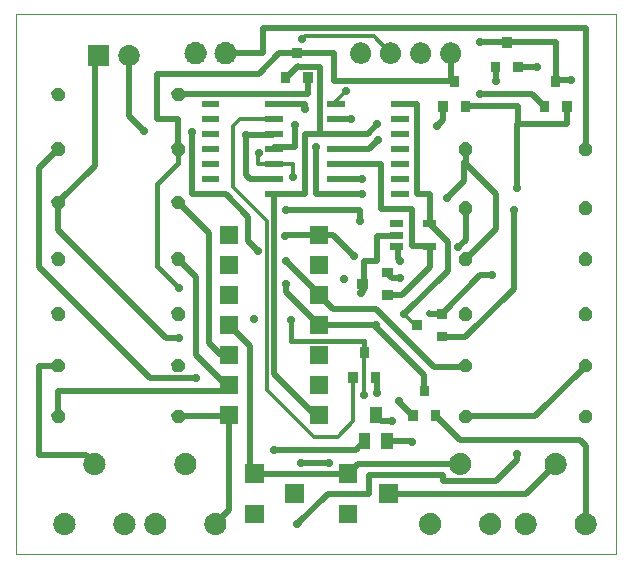
<source format=gtl>
G75*
G71*
%OFA0B0*%
%FSLAX23Y23*%
%IPPOS*%
%LPD*%
%ADD10C,0.1*%
%ADD11C,0.508*%
%ADD12C,0.305*%
%ADD13C,0.406*%
%ADD14C,0.706*%
%LPD*%D10*
X0Y0D02*
X0Y100D01*
X0Y200D01*
X0Y299D01*
X0Y399D01*
X0Y499D01*
X0Y599D01*
X0Y699D01*
X0Y799D01*
X0Y898D01*
X0Y998D01*
X0Y1098D01*
X0Y1198D01*
X0Y1298D01*
X0Y1398D01*
X0Y1497D01*
X0Y1597D01*
X0Y1697D01*
X0Y1797D01*
X0Y1897D01*
X0Y1996D01*
X0Y2096D01*
X0Y2196D01*
X0Y2296D01*
X0Y2396D01*
X0Y2496D01*
X0Y2595D01*
X0Y2695D01*
X0Y2795D01*
X0Y2895D01*
X0Y2995D01*
X0Y3095D01*
X0Y3194D01*
X0Y3294D01*
X0Y3394D01*
X0Y3494D01*
X0Y3594D01*
X0Y3694D01*
X0Y3793D01*
X0Y3893D01*
X0Y3993D01*
X0Y4093D01*
X0Y4193D01*
X0Y4292D01*
X0Y4392D01*
X0Y4492D01*
X0Y4592D01*
X0Y4692D01*
X0Y4792D01*
X0Y4891D01*
X0Y4991D01*
X0Y5091D01*
X0Y5191D01*
X0Y5291D01*
X0Y5391D01*
X0Y5490D01*
X0Y5590D01*
X0Y5690D01*
X0Y5790D01*
X0Y5890D01*
X0Y5989D01*
X0Y6089D01*
X0Y6189D01*
X0Y6289D01*
X0Y6389D01*
X0Y6489D01*
X0Y6588D01*
X0Y6688D01*
X0Y6788D01*
X0Y6888D01*
X0Y6988D01*
X0Y7088D01*
X0Y7187D01*
X0Y7287D01*
X0Y7387D01*
X0Y7487D01*
X0Y7587D01*
X0Y7687D01*
X0Y7786D01*
X0Y7886D01*
X0Y7986D01*
X0Y8086D01*
X0Y8186D01*
X0Y8285D01*
X0Y8385D01*
X0Y8485D01*
X0Y8585D01*
X0Y8685D01*
X0Y8785D01*
X0Y8884D01*
X0Y8984D01*
X0Y9084D01*
X0Y9184D01*
X0Y9284D01*
X0Y9384D01*
X0Y9483D01*
X0Y9583D01*
X0Y9683D01*
X0Y9783D01*
X0Y9883D01*
X0Y9982D01*
X0Y10082D01*
X0Y10182D01*
X0Y10282D01*
X0Y10382D01*
X0Y10482D01*
X0Y10581D01*
X0Y10681D01*
X0Y10781D01*
X0Y10881D01*
X0Y10981D01*
X0Y11081D01*
X0Y11180D01*
X0Y11280D01*
X0Y11380D01*
X0Y11480D01*
X0Y11580D01*
X0Y11680D01*
X0Y11779D01*
X0Y11879D01*
X0Y11979D01*
X0Y12079D01*
X0Y12179D01*
X0Y12278D01*
X0Y12378D01*
X0Y12478D01*
X0Y12578D01*
X0Y12678D01*
X0Y12778D01*
X0Y12877D01*
X0Y12977D01*
X0Y13077D01*
X0Y13177D01*
X0Y13277D01*
X0Y13377D01*
X0Y13476D01*
X0Y13576D01*
X0Y13676D01*
X0Y13776D01*
X0Y13876D01*
X0Y13975D01*
X0Y14075D01*
X0Y14175D01*
X0Y14275D01*
X0Y14375D01*
X0Y14475D01*
X0Y14574D01*
X0Y14674D01*
X0Y14774D01*
X0Y14874D01*
X0Y14974D01*
X0Y15074D01*
X0Y15173D01*
X0Y15273D01*
X0Y15373D01*
X0Y15473D01*
X0Y15573D01*
X0Y15672D01*
X0Y15772D01*
X0Y15872D01*
X0Y15972D01*
X0Y16072D01*
X0Y16172D01*
X0Y16271D01*
X0Y16371D01*
X0Y16471D01*
X0Y16571D01*
X0Y16671D01*
X0Y16771D01*
X0Y16870D01*
X0Y16970D01*
X0Y17070D01*
X0Y17170D01*
X0Y17270D01*
X0Y17370D01*
X0Y17469D01*
X0Y17569D01*
X0Y17669D01*
X0Y17769D01*
X0Y17869D01*
X0Y17968D01*
X0Y18068D01*
X0Y18168D01*
X0Y18268D01*
X0Y18368D01*
X0Y18468D01*
X0Y18567D01*
X0Y18667D01*
X0Y18767D01*
X0Y18867D01*
X0Y18967D01*
X0Y19067D01*
X0Y19166D01*
X0Y19266D01*
X0Y19366D01*
X0Y19466D01*
X0Y19566D01*
X0Y19665D01*
X0Y19765D01*
X0Y19865D01*
X0Y19965D01*
X0Y20065D01*
X0Y20165D01*
X0Y20264D01*
X0Y20364D01*
X0Y20464D01*
X0Y20564D01*
X0Y20664D01*
X0Y20764D01*
X0Y20863D01*
X0Y20963D01*
X0Y21063D01*
X0Y21163D01*
X0Y21263D01*
X0Y21363D01*
X0Y21462D01*
X0Y21562D01*
X0Y21662D01*
X0Y21762D01*
X0Y21862D01*
X0Y21961D01*
X0Y22061D01*
X0Y22161D01*
X0Y22261D01*
X0Y22361D01*
X0Y22461D01*
X0Y22560D01*
X0Y22660D01*
X0Y22760D01*
X0Y22860D01*
X0Y22960D01*
X0Y23060D01*
X0Y23159D01*
X0Y23259D01*
X0Y23359D01*
X0Y23459D01*
X0Y23559D01*
X0Y23659D01*
X0Y23758D01*
X0Y23858D01*
X0Y23958D01*
X0Y24058D01*
X0Y24158D01*
X0Y24257D01*
X0Y24357D01*
X0Y24457D01*
X0Y24557D01*
X0Y24657D01*
X0Y24757D01*
X0Y24856D01*
X0Y24956D01*
X0Y25056D01*
X0Y25156D01*
X0Y25256D01*
X0Y25356D01*
X0Y25455D01*
X0Y25555D01*
X0Y25655D01*
X0Y25755D01*
X0Y25855D01*
X0Y25954D01*
X0Y26054D01*
X0Y26154D01*
X0Y26254D01*
X0Y26354D01*
X0Y26454D01*
X0Y26553D01*
X0Y26653D01*
X0Y26753D01*
X0Y26853D01*
X0Y26953D01*
X0Y27053D01*
X0Y27152D01*
X0Y27252D01*
X0Y27352D01*
X0Y27452D01*
X0Y27552D01*
X0Y27651D01*
X0Y27751D01*
X0Y27851D01*
X0Y27951D01*
X0Y28051D01*
X0Y28151D01*
X0Y28250D01*
X0Y28350D01*
X0Y28450D01*
X0Y28550D01*
X0Y28650D01*
X0Y28750D01*
X0Y28849D01*
X0Y28949D01*
X0Y29049D01*
X0Y29149D01*
X0Y29249D01*
X0Y29349D01*
X0Y29448D01*
X0Y29548D01*
X0Y29648D01*
X0Y29748D01*
X0Y29848D01*
X0Y29947D01*
X0Y30047D01*
X0Y30147D01*
X0Y30247D01*
X0Y30347D01*
X0Y30447D01*
X0Y30546D01*
X0Y30646D01*
X0Y30746D01*
X0Y30846D01*
X0Y30946D01*
X0Y31046D01*
X0Y31145D01*
X0Y31245D01*
X0Y31345D01*
X0Y31445D01*
X0Y31545D01*
X0Y31645D01*
X0Y31744D01*
X0Y31844D01*
X0Y31944D01*
X0Y32044D01*
X0Y32144D01*
X0Y32243D01*
X0Y32343D01*
X0Y32443D01*
X0Y32543D01*
X0Y32643D01*
X0Y32743D01*
X0Y32842D01*
X0Y32942D01*
X0Y33042D01*
X0Y33142D01*
X0Y33242D01*
X0Y33342D01*
X0Y33441D01*
X0Y33541D01*
X0Y33641D01*
X0Y33741D01*
X0Y33841D01*
X0Y33940D01*
X0Y34040D01*
X0Y34140D01*
X0Y34240D01*
X0Y34340D01*
X0Y34440D01*
X0Y34539D01*
X0Y34639D01*
X0Y34739D01*
X0Y34839D01*
X0Y34939D01*
X0Y35039D01*
X0Y35138D01*
X0Y35238D01*
X0Y35338D01*
X0Y35438D01*
X0Y35538D01*
X0Y35638D01*
X0Y35737D01*
X0Y35837D01*
X0Y35937D01*
X0Y36037D01*
X0Y36137D01*
X0Y36236D01*
X0Y36336D01*
X0Y36436D01*
X0Y36536D01*
X0Y36636D01*
X0Y36736D01*
X0Y36835D01*
X0Y36935D01*
X0Y37035D01*
X0Y37135D01*
X0Y37235D01*
X0Y37335D01*
X0Y37434D01*
X0Y37534D01*
X0Y37634D01*
X0Y37734D01*
X0Y37834D01*
X0Y37934D01*
X0Y38033D01*
X0Y38133D01*
X0Y38233D01*
X0Y38333D01*
X0Y38433D01*
X0Y38532D01*
X0Y38632D01*
X0Y38732D01*
X0Y38832D01*
X0Y38932D01*
X0Y39032D01*
X0Y39131D01*
X0Y39231D01*
X0Y39331D01*
X0Y39431D01*
X0Y39531D01*
X0Y39631D01*
X0Y39730D01*
X0Y39830D01*
X0Y39930D01*
X0Y40030D01*
X0Y40130D01*
X0Y40230D01*
X0Y40329D01*
X0Y40429D01*
X0Y40529D01*
X0Y40629D01*
X0Y40729D01*
X0Y40828D01*
X0Y40928D01*
X0Y41028D01*
X0Y41128D01*
X0Y41228D01*
X0Y41328D01*
X0Y41427D01*
X0Y41527D01*
X0Y41627D01*
X0Y41727D01*
X0Y41827D01*
X0Y41927D01*
X0Y42026D01*
X0Y42126D01*
X0Y42226D01*
X0Y42326D01*
X0Y42426D01*
X0Y42525D01*
X0Y42625D01*
X0Y42725D01*
X0Y42825D01*
X0Y42925D01*
X0Y43025D01*
X0Y43124D01*
X0Y43224D01*
X0Y43324D01*
X0Y43424D01*
X0Y43524D01*
X0Y43624D01*
X0Y43723D01*
X0Y43823D01*
X0Y43923D01*
X0Y44023D01*
X0Y44123D01*
X0Y44223D01*
X0Y44322D01*
X0Y44422D01*
X0Y44522D01*
X0Y44622D01*
X0Y44722D01*
X0Y44822D01*
X0Y44921D01*
X0Y45021D01*
X0Y45121D01*
X0Y45221D01*
X0Y45321D01*
X0Y45420D01*
X0Y45520D01*
X0Y45620D01*
X0Y45720D01*
X100Y45720D01*
X200Y45720D01*
X300Y45720D01*
X400Y45720D01*
X500Y45720D01*
X600Y45720D01*
X700Y45720D01*
X800Y45720D01*
X900Y45720D01*
X1000Y45720D01*
X1100Y45720D01*
X1200Y45720D01*
X1300Y45720D01*
X1400Y45720D01*
X1500Y45720D01*
X1600Y45720D01*
X1700Y45720D01*
X1800Y45720D01*
X1900Y45720D01*
X2000Y45720D01*
X2100Y45720D01*
X2200Y45720D01*
X2300Y45720D01*
X2400Y45720D01*
X2500Y45720D01*
X2600Y45720D01*
X2700Y45720D01*
X2800Y45720D01*
X2900Y45720D01*
X3000Y45720D01*
X3100Y45720D01*
X3200Y45720D01*
X3300Y45720D01*
X3400Y45720D01*
X3500Y45720D01*
X3600Y45720D01*
X3700Y45720D01*
X3800Y45720D01*
X3900Y45720D01*
X4000Y45720D01*
X4100Y45720D01*
X4200Y45720D01*
X4300Y45720D01*
X4400Y45720D01*
X4500Y45720D01*
X4600Y45720D01*
X4700Y45720D01*
X4800Y45720D01*
X4900Y45720D01*
X5000Y45720D01*
X5100Y45720D01*
X5200Y45720D01*
X5300Y45720D01*
X5400Y45720D01*
X5500Y45720D01*
X5600Y45720D01*
X5700Y45720D01*
X5800Y45720D01*
X5900Y45720D01*
X6000Y45720D01*
X6100Y45720D01*
X6200Y45720D01*
X6300Y45720D01*
X6400Y45720D01*
X6500Y45720D01*
X6600Y45720D01*
X6700Y45720D01*
X6800Y45720D01*
X6900Y45720D01*
X7000Y45720D01*
X7100Y45720D01*
X7200Y45720D01*
X7300Y45720D01*
X7400Y45720D01*
X7500Y45720D01*
X7600Y45720D01*
X7700Y45720D01*
X7800Y45720D01*
X7900Y45720D01*
X8000Y45720D01*
X8100Y45720D01*
X8200Y45720D01*
X8300Y45720D01*
X8400Y45720D01*
X8500Y45720D01*
X8600Y45720D01*
X8700Y45720D01*
X8800Y45720D01*
X8900Y45720D01*
X9000Y45720D01*
X9100Y45720D01*
X9200Y45720D01*
X9300Y45720D01*
X9400Y45720D01*
X9500Y45720D01*
X9600Y45720D01*
X9700Y45720D01*
X9800Y45720D01*
X9900Y45720D01*
X10000Y45720D01*
X10100Y45720D01*
X10200Y45720D01*
X10300Y45720D01*
X10400Y45720D01*
X10500Y45720D01*
X10600Y45720D01*
X10700Y45720D01*
X10800Y45720D01*
X10900Y45720D01*
X11000Y45720D01*
X11100Y45720D01*
X11200Y45720D01*
X11300Y45720D01*
X11400Y45720D01*
X11500Y45720D01*
X11600Y45720D01*
X11700Y45720D01*
X11800Y45720D01*
X11900Y45720D01*
X12000Y45720D01*
X12100Y45720D01*
X12200Y45720D01*
X12300Y45720D01*
X12400Y45720D01*
X12500Y45720D01*
X12600Y45720D01*
X12700Y45720D01*
X12800Y45720D01*
X12900Y45720D01*
X13000Y45720D01*
X13100Y45720D01*
X13200Y45720D01*
X13300Y45720D01*
X13400Y45720D01*
X13500Y45720D01*
X13600Y45720D01*
X13700Y45720D01*
X13800Y45720D01*
X13900Y45720D01*
X14000Y45720D01*
X14100Y45720D01*
X14200Y45720D01*
X14300Y45720D01*
X14400Y45720D01*
X14500Y45720D01*
X14600Y45720D01*
X14700Y45720D01*
X14800Y45720D01*
X14900Y45720D01*
X15000Y45720D01*
X15100Y45720D01*
X15200Y45720D01*
X15300Y45720D01*
X15400Y45720D01*
X15500Y45720D01*
X15600Y45720D01*
X15700Y45720D01*
X15800Y45720D01*
X15900Y45720D01*
X16000Y45720D01*
X16100Y45720D01*
X16200Y45720D01*
X16300Y45720D01*
X16400Y45720D01*
X16500Y45720D01*
X16600Y45720D01*
X16700Y45720D01*
X16800Y45720D01*
X16900Y45720D01*
X17000Y45720D01*
X17100Y45720D01*
X17200Y45720D01*
X17300Y45720D01*
X17400Y45720D01*
X17500Y45720D01*
X17600Y45720D01*
X17700Y45720D01*
X17800Y45720D01*
X17900Y45720D01*
X18000Y45720D01*
X18100Y45720D01*
X18200Y45720D01*
X18300Y45720D01*
X18400Y45720D01*
X18500Y45720D01*
X18600Y45720D01*
X18700Y45720D01*
X18800Y45720D01*
X18900Y45720D01*
X19000Y45720D01*
X19100Y45720D01*
X19200Y45720D01*
X19300Y45720D01*
X19400Y45720D01*
X19500Y45720D01*
X19600Y45720D01*
X19700Y45720D01*
X19800Y45720D01*
X19900Y45720D01*
X20000Y45720D01*
X20100Y45720D01*
X20200Y45720D01*
X20300Y45720D01*
X20400Y45720D01*
X20500Y45720D01*
X20600Y45720D01*
X20700Y45720D01*
X20800Y45720D01*
X20900Y45720D01*
X21000Y45720D01*
X21100Y45720D01*
X21200Y45720D01*
X21300Y45720D01*
X21400Y45720D01*
X21500Y45720D01*
X21600Y45720D01*
X21700Y45720D01*
X21800Y45720D01*
X21900Y45720D01*
X22000Y45720D01*
X22100Y45720D01*
X22200Y45720D01*
X22300Y45720D01*
X22400Y45720D01*
X22500Y45720D01*
X22600Y45720D01*
X22700Y45720D01*
X22800Y45720D01*
X22900Y45720D01*
X23000Y45720D01*
X23100Y45720D01*
X23200Y45720D01*
X23300Y45720D01*
X23400Y45720D01*
X23500Y45720D01*
X23600Y45720D01*
X23700Y45720D01*
X23800Y45720D01*
X23900Y45720D01*
X24000Y45720D01*
X24100Y45720D01*
X24200Y45720D01*
X24300Y45720D01*
X24400Y45720D01*
X24500Y45720D01*
X24600Y45720D01*
X24700Y45720D01*
X24800Y45720D01*
X24900Y45720D01*
X25000Y45720D01*
X25100Y45720D01*
X25200Y45720D01*
X25300Y45720D01*
X25400Y45720D01*
X25500Y45720D01*
X25600Y45720D01*
X25700Y45720D01*
X25800Y45720D01*
X25900Y45720D01*
X26000Y45720D01*
X26100Y45720D01*
X26200Y45720D01*
X26300Y45720D01*
X26400Y45720D01*
X26500Y45720D01*
X26600Y45720D01*
X26700Y45720D01*
X26800Y45720D01*
X26900Y45720D01*
X27000Y45720D01*
X27100Y45720D01*
X27200Y45720D01*
X27300Y45720D01*
X27400Y45720D01*
X27500Y45720D01*
X27600Y45720D01*
X27700Y45720D01*
X27800Y45720D01*
X27900Y45720D01*
X28000Y45720D01*
X28100Y45720D01*
X28200Y45720D01*
X28300Y45720D01*
X28400Y45720D01*
X28500Y45720D01*
X28600Y45720D01*
X28700Y45720D01*
X28800Y45720D01*
X28900Y45720D01*
X29000Y45720D01*
X29100Y45720D01*
X29200Y45720D01*
X29300Y45720D01*
X29400Y45720D01*
X29500Y45720D01*
X29600Y45720D01*
X29700Y45720D01*
X29800Y45720D01*
X29900Y45720D01*
X30000Y45720D01*
X30100Y45720D01*
X30200Y45720D01*
X30300Y45720D01*
X30400Y45720D01*
X30500Y45720D01*
X30600Y45720D01*
X30700Y45720D01*
X30800Y45720D01*
X30900Y45720D01*
X31000Y45720D01*
X31100Y45720D01*
X31200Y45720D01*
X31300Y45720D01*
X31400Y45720D01*
X31500Y45720D01*
X31600Y45720D01*
X31700Y45720D01*
X31800Y45720D01*
X31900Y45720D01*
X32000Y45720D01*
X32100Y45720D01*
X32200Y45720D01*
X32300Y45720D01*
X32400Y45720D01*
X32500Y45720D01*
X32600Y45720D01*
X32700Y45720D01*
X32800Y45720D01*
X32900Y45720D01*
X33000Y45720D01*
X33100Y45720D01*
X33200Y45720D01*
X33300Y45720D01*
X33400Y45720D01*
X33500Y45720D01*
X33600Y45720D01*
X33700Y45720D01*
X33800Y45720D01*
X33900Y45720D01*
X34000Y45720D01*
X34100Y45720D01*
X34200Y45720D01*
X34300Y45720D01*
X34400Y45720D01*
X34500Y45720D01*
X34600Y45720D01*
X34700Y45720D01*
X34800Y45720D01*
X34900Y45720D01*
X35000Y45720D01*
X35100Y45720D01*
X35200Y45720D01*
X35300Y45720D01*
X35400Y45720D01*
X35500Y45720D01*
X35600Y45720D01*
X35700Y45720D01*
X35800Y45720D01*
X35900Y45720D01*
X36000Y45720D01*
X36100Y45720D01*
X36200Y45720D01*
X36300Y45720D01*
X36400Y45720D01*
X36500Y45720D01*
X36600Y45720D01*
X36700Y45720D01*
X36800Y45720D01*
X36900Y45720D01*
X37000Y45720D01*
X37100Y45720D01*
X37200Y45720D01*
X37300Y45720D01*
X37400Y45720D01*
X37500Y45720D01*
X37600Y45720D01*
X37700Y45720D01*
X37800Y45720D01*
X37900Y45720D01*
X38000Y45720D01*
X38100Y45720D01*
X38200Y45720D01*
X38300Y45720D01*
X38400Y45720D01*
X38500Y45720D01*
X38600Y45720D01*
X38700Y45720D01*
X38800Y45720D01*
X38900Y45720D01*
X39000Y45720D01*
X39100Y45720D01*
X39200Y45720D01*
X39300Y45720D01*
X39400Y45720D01*
X39500Y45720D01*
X39600Y45720D01*
X39700Y45720D01*
X39800Y45720D01*
X39900Y45720D01*
X40000Y45720D01*
X40100Y45720D01*
X40200Y45720D01*
X40300Y45720D01*
X40400Y45720D01*
X40500Y45720D01*
X40600Y45720D01*
X40700Y45720D01*
X40800Y45720D01*
X40900Y45720D01*
X41000Y45720D01*
X41100Y45720D01*
X41200Y45720D01*
X41300Y45720D01*
X41400Y45720D01*
X41500Y45720D01*
X41600Y45720D01*
X41700Y45720D01*
X41800Y45720D01*
X41900Y45720D01*
X42000Y45720D01*
X42100Y45720D01*
X42200Y45720D01*
X42300Y45720D01*
X42400Y45720D01*
X42500Y45720D01*
X42600Y45720D01*
X42700Y45720D01*
X42800Y45720D01*
X42900Y45720D01*
X43000Y45720D01*
X43100Y45720D01*
X43200Y45720D01*
X43300Y45720D01*
X43400Y45720D01*
X43500Y45720D01*
X43600Y45720D01*
X43700Y45720D01*
X43800Y45720D01*
X43900Y45720D01*
X44000Y45720D01*
X44100Y45720D01*
X44200Y45720D01*
X44300Y45720D01*
X44400Y45720D01*
X44500Y45720D01*
X44600Y45720D01*
X44700Y45720D01*
X44800Y45720D01*
X44900Y45720D01*
X45000Y45720D01*
X45100Y45720D01*
X45200Y45720D01*
X45300Y45720D01*
X45400Y45720D01*
X45500Y45720D01*
X45600Y45720D01*
X45700Y45720D01*
X45800Y45720D01*
X45900Y45720D01*
X46000Y45720D01*
X46100Y45720D01*
X46200Y45720D01*
X46300Y45720D01*
X46400Y45720D01*
X46500Y45720D01*
X46600Y45720D01*
X46700Y45720D01*
X46800Y45720D01*
X46900Y45720D01*
X47000Y45720D01*
X47100Y45720D01*
X47200Y45720D01*
X47300Y45720D01*
X47400Y45720D01*
X47500Y45720D01*
X47600Y45720D01*
X47700Y45720D01*
X47800Y45720D01*
X47900Y45720D01*
X48000Y45720D01*
X48100Y45720D01*
X48200Y45720D01*
X48300Y45720D01*
X48400Y45720D01*
X48500Y45720D01*
X48600Y45720D01*
X48700Y45720D01*
X48800Y45720D01*
X48900Y45720D01*
X49000Y45720D01*
X49100Y45720D01*
X49200Y45720D01*
X49300Y45720D01*
X49400Y45720D01*
X49500Y45720D01*
X49600Y45720D01*
X49700Y45720D01*
X49800Y45720D01*
X49900Y45720D01*
X50000Y45720D01*
X50100Y45720D01*
X50200Y45720D01*
X50300Y45720D01*
X50400Y45720D01*
X50500Y45720D01*
X50600Y45720D01*
X50700Y45720D01*
X50800Y45720D01*
X50800Y45620D01*
X50800Y45520D01*
X50800Y45421D01*
X50800Y45321D01*
X50800Y45221D01*
X50800Y45121D01*
X50800Y45021D01*
X50800Y44921D01*
X50800Y44822D01*
X50800Y44722D01*
X50800Y44622D01*
X50800Y44522D01*
X50800Y44422D01*
X50800Y44322D01*
X50800Y44223D01*
X50800Y44123D01*
X50800Y44023D01*
X50800Y43923D01*
X50800Y43823D01*
X50800Y43724D01*
X50800Y43624D01*
X50800Y43524D01*
X50800Y43424D01*
X50800Y43324D01*
X50800Y43224D01*
X50800Y43125D01*
X50800Y43025D01*
X50800Y42925D01*
X50800Y42825D01*
X50800Y42725D01*
X50800Y42625D01*
X50800Y42526D01*
X50800Y42426D01*
X50800Y42326D01*
X50800Y42226D01*
X50800Y42126D01*
X50800Y42026D01*
X50800Y41927D01*
X50800Y41827D01*
X50800Y41727D01*
X50800Y41627D01*
X50800Y41527D01*
X50800Y41428D01*
X50800Y41328D01*
X50800Y41228D01*
X50800Y41128D01*
X50800Y41028D01*
X50800Y40928D01*
X50800Y40829D01*
X50800Y40729D01*
X50800Y40629D01*
X50800Y40529D01*
X50800Y40429D01*
X50800Y40329D01*
X50800Y40230D01*
X50800Y40130D01*
X50800Y40030D01*
X50800Y39930D01*
X50800Y39830D01*
X50800Y39731D01*
X50800Y39631D01*
X50800Y39531D01*
X50800Y39431D01*
X50800Y39331D01*
X50800Y39231D01*
X50800Y39132D01*
X50800Y39032D01*
X50800Y38932D01*
X50800Y38832D01*
X50800Y38732D01*
X50800Y38632D01*
X50800Y38533D01*
X50800Y38433D01*
X50800Y38333D01*
X50800Y38233D01*
X50800Y38133D01*
X50800Y38033D01*
X50800Y37934D01*
X50800Y37834D01*
X50800Y37734D01*
X50800Y37634D01*
X50800Y37534D01*
X50800Y37435D01*
X50800Y37335D01*
X50800Y37235D01*
X50800Y37135D01*
X50800Y37035D01*
X50800Y36935D01*
X50800Y36836D01*
X50800Y36736D01*
X50800Y36636D01*
X50800Y36536D01*
X50800Y36436D01*
X50800Y36336D01*
X50800Y36237D01*
X50800Y36137D01*
X50800Y36037D01*
X50800Y35937D01*
X50800Y35837D01*
X50800Y35738D01*
X50800Y35638D01*
X50800Y35538D01*
X50800Y35438D01*
X50800Y35338D01*
X50800Y35238D01*
X50800Y35139D01*
X50800Y35039D01*
X50800Y34939D01*
X50800Y34839D01*
X50800Y34739D01*
X50800Y34639D01*
X50800Y34540D01*
X50800Y34440D01*
X50800Y34340D01*
X50800Y34240D01*
X50800Y34140D01*
X50800Y34040D01*
X50800Y33941D01*
X50800Y33841D01*
X50800Y33741D01*
X50800Y33641D01*
X50800Y33541D01*
X50800Y33442D01*
X50800Y33342D01*
X50800Y33242D01*
X50800Y33142D01*
X50800Y33042D01*
X50800Y32942D01*
X50800Y32843D01*
X50800Y32743D01*
X50800Y32643D01*
X50800Y32543D01*
X50800Y32443D01*
X50800Y32343D01*
X50800Y32244D01*
X50800Y32144D01*
X50800Y32044D01*
X50800Y31944D01*
X50800Y31844D01*
X50800Y31745D01*
X50800Y31645D01*
X50800Y31545D01*
X50800Y31445D01*
X50800Y31345D01*
X50800Y31245D01*
X50800Y31146D01*
X50800Y31046D01*
X50800Y30946D01*
X50800Y30846D01*
X50800Y30746D01*
X50800Y30646D01*
X50800Y30547D01*
X50800Y30447D01*
X50800Y30347D01*
X50800Y30247D01*
X50800Y30147D01*
X50800Y30048D01*
X50800Y29948D01*
X50800Y29848D01*
X50800Y29748D01*
X50800Y29648D01*
X50800Y29548D01*
X50800Y29449D01*
X50800Y29349D01*
X50800Y29249D01*
X50800Y29149D01*
X50800Y29049D01*
X50800Y28949D01*
X50800Y28850D01*
X50800Y28750D01*
X50800Y28650D01*
X50800Y28550D01*
X50800Y28450D01*
X50800Y28350D01*
X50800Y28251D01*
X50800Y28151D01*
X50800Y28051D01*
X50800Y27951D01*
X50800Y27851D01*
X50800Y27752D01*
X50800Y27652D01*
X50800Y27552D01*
X50800Y27452D01*
X50800Y27352D01*
X50800Y27252D01*
X50800Y27153D01*
X50800Y27053D01*
X50800Y26953D01*
X50800Y26853D01*
X50800Y26753D01*
X50800Y26653D01*
X50800Y26554D01*
X50800Y26454D01*
X50800Y26354D01*
X50800Y26254D01*
X50800Y26154D01*
X50800Y26055D01*
X50800Y25955D01*
X50800Y25855D01*
X50800Y25755D01*
X50800Y25655D01*
X50800Y25555D01*
X50800Y25456D01*
X50800Y25356D01*
X50800Y25256D01*
X50800Y25156D01*
X50800Y25056D01*
X50800Y24956D01*
X50800Y24857D01*
X50800Y24757D01*
X50800Y24657D01*
X50800Y24557D01*
X50800Y24457D01*
X50800Y24357D01*
X50800Y24258D01*
X50800Y24158D01*
X50800Y24058D01*
X50800Y23958D01*
X50800Y23858D01*
X50800Y23759D01*
X50800Y23659D01*
X50800Y23559D01*
X50800Y23459D01*
X50800Y23359D01*
X50800Y23259D01*
X50800Y23160D01*
X50800Y23060D01*
X50800Y22960D01*
X50800Y22860D01*
X50800Y22760D01*
X50800Y22660D01*
X50800Y22561D01*
X50800Y22461D01*
X50800Y22361D01*
X50800Y22261D01*
X50800Y22161D01*
X50800Y22061D01*
X50800Y21962D01*
X50800Y21862D01*
X50800Y21762D01*
X50800Y21662D01*
X50800Y21562D01*
X50800Y21463D01*
X50800Y21363D01*
X50800Y21263D01*
X50800Y21163D01*
X50800Y21063D01*
X50800Y20963D01*
X50800Y20864D01*
X50800Y20764D01*
X50800Y20664D01*
X50800Y20564D01*
X50800Y20464D01*
X50800Y20364D01*
X50800Y20265D01*
X50800Y20165D01*
X50800Y20065D01*
X50800Y19965D01*
X50800Y19865D01*
X50800Y19766D01*
X50800Y19666D01*
X50800Y19566D01*
X50800Y19466D01*
X50800Y19366D01*
X50800Y19266D01*
X50800Y19167D01*
X50800Y19067D01*
X50800Y18967D01*
X50800Y18867D01*
X50800Y18767D01*
X50800Y18667D01*
X50800Y18568D01*
X50800Y18468D01*
X50800Y18368D01*
X50800Y18268D01*
X50800Y18168D01*
X50800Y18069D01*
X50800Y17969D01*
X50800Y17869D01*
X50800Y17769D01*
X50800Y17669D01*
X50800Y17569D01*
X50800Y17470D01*
X50800Y17370D01*
X50800Y17270D01*
X50800Y17170D01*
X50800Y17070D01*
X50800Y16970D01*
X50800Y16871D01*
X50800Y16771D01*
X50800Y16671D01*
X50800Y16571D01*
X50800Y16471D01*
X50800Y16371D01*
X50800Y16272D01*
X50800Y16172D01*
X50800Y16072D01*
X50800Y15972D01*
X50800Y15872D01*
X50800Y15773D01*
X50800Y15673D01*
X50800Y15573D01*
X50800Y15473D01*
X50800Y15373D01*
X50800Y15273D01*
X50800Y15174D01*
X50800Y15074D01*
X50800Y14974D01*
X50800Y14874D01*
X50800Y14774D01*
X50800Y14674D01*
X50800Y14575D01*
X50800Y14475D01*
X50800Y14375D01*
X50800Y14275D01*
X50800Y14175D01*
X50800Y14075D01*
X50800Y13976D01*
X50800Y13876D01*
X50800Y13776D01*
X50800Y13676D01*
X50800Y13576D01*
X50800Y13477D01*
X50800Y13377D01*
X50800Y13277D01*
X50800Y13177D01*
X50800Y13077D01*
X50800Y12977D01*
X50800Y12878D01*
X50800Y12778D01*
X50800Y12678D01*
X50800Y12578D01*
X50800Y12478D01*
X50800Y12378D01*
X50800Y12279D01*
X50800Y12179D01*
X50800Y12079D01*
X50800Y11979D01*
X50800Y11879D01*
X50800Y11780D01*
X50800Y11680D01*
X50800Y11580D01*
X50800Y11480D01*
X50800Y11380D01*
X50800Y11280D01*
X50800Y11181D01*
X50800Y11081D01*
X50800Y10981D01*
X50800Y10881D01*
X50800Y10781D01*
X50800Y10681D01*
X50800Y10582D01*
X50800Y10482D01*
X50800Y10382D01*
X50800Y10282D01*
X50800Y10182D01*
X50800Y10082D01*
X50800Y9983D01*
X50800Y9883D01*
X50800Y9783D01*
X50800Y9683D01*
X50800Y9583D01*
X50800Y9484D01*
X50800Y9384D01*
X50800Y9284D01*
X50800Y9184D01*
X50800Y9084D01*
X50800Y8984D01*
X50800Y8885D01*
X50800Y8785D01*
X50800Y8685D01*
X50800Y8585D01*
X50800Y8485D01*
X50800Y8385D01*
X50800Y8286D01*
X50800Y8186D01*
X50800Y8086D01*
X50800Y7986D01*
X50800Y7886D01*
X50800Y7786D01*
X50800Y7687D01*
X50800Y7587D01*
X50800Y7487D01*
X50800Y7387D01*
X50800Y7287D01*
X50800Y7188D01*
X50800Y7088D01*
X50800Y6988D01*
X50800Y6888D01*
X50800Y6788D01*
X50800Y6688D01*
X50800Y6589D01*
X50800Y6489D01*
X50800Y6389D01*
X50800Y6289D01*
X50800Y6189D01*
X50800Y6089D01*
X50800Y5990D01*
X50800Y5890D01*
X50800Y5790D01*
X50800Y5690D01*
X50800Y5590D01*
X50800Y5490D01*
X50800Y5391D01*
X50800Y5291D01*
X50800Y5191D01*
X50800Y5091D01*
X50800Y4991D01*
X50800Y4892D01*
X50800Y4792D01*
X50800Y4692D01*
X50800Y4592D01*
X50800Y4492D01*
X50800Y4392D01*
X50800Y4293D01*
X50800Y4193D01*
X50800Y4093D01*
X50800Y3993D01*
X50800Y3893D01*
X50800Y3793D01*
X50800Y3694D01*
X50800Y3594D01*
X50800Y3494D01*
X50800Y3394D01*
X50800Y3294D01*
X50800Y3195D01*
X50800Y3095D01*
X50800Y2995D01*
X50800Y2895D01*
X50800Y2795D01*
X50800Y2695D01*
X50800Y2596D01*
X50800Y2496D01*
X50800Y2396D01*
X50800Y2296D01*
X50800Y2196D01*
X50800Y2096D01*
X50800Y1997D01*
X50800Y1897D01*
X50800Y1797D01*
X50800Y1697D01*
X50800Y1597D01*
X50800Y1497D01*
X50800Y1398D01*
X50800Y1298D01*
X50800Y1198D01*
X50800Y1098D01*
X50800Y998D01*
X50800Y898D01*
X50800Y799D01*
X50800Y699D01*
X50800Y599D01*
X50800Y499D01*
X50800Y399D01*
X50800Y300D01*
X50800Y200D01*
X50800Y100D01*
X50800Y0D01*
X50700Y0D01*
X50600Y0D01*
X50500Y0D01*
X50400Y0D01*
X50300Y0D01*
X50200Y0D01*
X50100Y0D01*
X50000Y0D01*
X49900Y0D01*
X49800Y0D01*
X49700Y0D01*
X49600Y0D01*
X49500Y0D01*
X49400Y0D01*
X49300Y0D01*
X49200Y0D01*
X49100Y0D01*
X49000Y0D01*
X48900Y0D01*
X48800Y0D01*
X48700Y0D01*
X48600Y0D01*
X48500Y0D01*
X48400Y0D01*
X48300Y0D01*
X48200Y0D01*
X48100Y0D01*
X48000Y0D01*
X47900Y0D01*
X47800Y0D01*
X47700Y0D01*
X47600Y0D01*
X47500Y0D01*
X47400Y0D01*
X47300Y0D01*
X47200Y0D01*
X47100Y0D01*
X47000Y0D01*
X46900Y0D01*
X46800Y0D01*
X46700Y0D01*
X46600Y0D01*
X46500Y0D01*
X46400Y0D01*
X46300Y0D01*
X46200Y0D01*
X46100Y0D01*
X46000Y0D01*
X45900Y0D01*
X45800Y0D01*
X45700Y0D01*
X45600Y0D01*
X45500Y0D01*
X45400Y0D01*
X45300Y0D01*
X45200Y0D01*
X45100Y0D01*
X45000Y0D01*
X44900Y0D01*
X44800Y0D01*
X44700Y0D01*
X44600Y0D01*
X44500Y0D01*
X44400Y0D01*
X44300Y0D01*
X44200Y0D01*
X44100Y0D01*
X44000Y0D01*
X43900Y0D01*
X43800Y0D01*
X43700Y0D01*
X43600Y0D01*
X43500Y0D01*
X43400Y0D01*
X43300Y0D01*
X43200Y0D01*
X43100Y0D01*
X43000Y0D01*
X42900Y0D01*
X42800Y0D01*
X42700Y0D01*
X42600Y0D01*
X42500Y0D01*
X42400Y0D01*
X42300Y0D01*
X42200Y0D01*
X42100Y0D01*
X42000Y0D01*
X41900Y0D01*
X41800Y0D01*
X41700Y0D01*
X41600Y0D01*
X41500Y0D01*
X41400Y0D01*
X41300Y0D01*
X41200Y0D01*
X41100Y0D01*
X41000Y0D01*
X40900Y0D01*
X40800Y0D01*
X40700Y0D01*
X40600Y0D01*
X40500Y0D01*
X40400Y0D01*
X40300Y0D01*
X40200Y0D01*
X40100Y0D01*
X40000Y0D01*
X39900Y0D01*
X39800Y0D01*
X39700Y0D01*
X39600Y0D01*
X39500Y0D01*
X39400Y0D01*
X39300Y0D01*
X39200Y0D01*
X39100Y0D01*
X39000Y0D01*
X38900Y0D01*
X38800Y0D01*
X38700Y0D01*
X38600Y0D01*
X38500Y0D01*
X38400Y0D01*
X38300Y0D01*
X38200Y0D01*
X38100Y0D01*
X38000Y0D01*
X37900Y0D01*
X37800Y0D01*
X37700Y0D01*
X37600Y0D01*
X37500Y0D01*
X37400Y0D01*
X37300Y0D01*
X37200Y0D01*
X37100Y0D01*
X37000Y0D01*
X36900Y0D01*
X36800Y0D01*
X36700Y0D01*
X36600Y0D01*
X36500Y0D01*
X36400Y0D01*
X36300Y0D01*
X36200Y0D01*
X36100Y0D01*
X36000Y0D01*
X35900Y0D01*
X35800Y0D01*
X35700Y0D01*
X35600Y0D01*
X35500Y0D01*
X35400Y0D01*
X35300Y0D01*
X35200Y0D01*
X35100Y0D01*
X35000Y0D01*
X34900Y0D01*
X34800Y0D01*
X34700Y0D01*
X34600Y0D01*
X34500Y0D01*
X34400Y0D01*
X34300Y0D01*
X34200Y0D01*
X34100Y0D01*
X34000Y0D01*
X33900Y0D01*
X33800Y0D01*
X33700Y0D01*
X33600Y0D01*
X33500Y0D01*
X33400Y0D01*
X33300Y0D01*
X33200Y0D01*
X33100Y0D01*
X33000Y0D01*
X32900Y0D01*
X32800Y0D01*
X32700Y0D01*
X32600Y0D01*
X32500Y0D01*
X32400Y0D01*
X32300Y0D01*
X32200Y0D01*
X32100Y0D01*
X32000Y0D01*
X31900Y0D01*
X31800Y0D01*
X31700Y0D01*
X31600Y0D01*
X31500Y0D01*
X31400Y0D01*
X31300Y0D01*
X31200Y0D01*
X31100Y0D01*
X31000Y0D01*
X30900Y0D01*
X30800Y0D01*
X30700Y0D01*
X30600Y0D01*
X30500Y0D01*
X30400Y0D01*
X30300Y0D01*
X30200Y0D01*
X30100Y0D01*
X30000Y0D01*
X29900Y0D01*
X29800Y0D01*
X29700Y0D01*
X29600Y0D01*
X29500Y0D01*
X29400Y0D01*
X29300Y0D01*
X29200Y0D01*
X29100Y0D01*
X29000Y0D01*
X28900Y0D01*
X28800Y0D01*
X28700Y0D01*
X28600Y0D01*
X28500Y0D01*
X28400Y0D01*
X28300Y0D01*
X28200Y0D01*
X28100Y0D01*
X28000Y0D01*
X27900Y0D01*
X27800Y0D01*
X27700Y0D01*
X27600Y0D01*
X27500Y0D01*
X27400Y0D01*
X27300Y0D01*
X27200Y0D01*
X27100Y0D01*
X27000Y0D01*
X26900Y0D01*
X26800Y0D01*
X26700Y0D01*
X26600Y0D01*
X26500Y0D01*
X26400Y0D01*
X26300Y0D01*
X26200Y0D01*
X26100Y0D01*
X26000Y0D01*
X25900Y0D01*
X25800Y0D01*
X25700Y0D01*
X25600Y0D01*
X25500Y0D01*
X25400Y0D01*
X25300Y0D01*
X25200Y0D01*
X25100Y0D01*
X25000Y0D01*
X24900Y0D01*
X24800Y0D01*
X24700Y0D01*
X24600Y0D01*
X24500Y0D01*
X24400Y0D01*
X24300Y0D01*
X24200Y0D01*
X24100Y0D01*
X24000Y0D01*
X23900Y0D01*
X23800Y0D01*
X23700Y0D01*
X23600Y0D01*
X23500Y0D01*
X23400Y0D01*
X23300Y0D01*
X23200Y0D01*
X23100Y0D01*
X23000Y0D01*
X22900Y0D01*
X22800Y0D01*
X22700Y0D01*
X22600Y0D01*
X22500Y0D01*
X22400Y0D01*
X22300Y0D01*
X22200Y0D01*
X22100Y0D01*
X22000Y0D01*
X21900Y0D01*
X21800Y0D01*
X21700Y0D01*
X21600Y0D01*
X21500Y0D01*
X21400Y0D01*
X21300Y0D01*
X21200Y0D01*
X21100Y0D01*
X21000Y0D01*
X20900Y0D01*
X20800Y0D01*
X20700Y0D01*
X20600Y0D01*
X20500Y0D01*
X20400Y0D01*
X20300Y0D01*
X20200Y0D01*
X20100Y0D01*
X20000Y0D01*
X19900Y0D01*
X19800Y0D01*
X19700Y0D01*
X19600Y0D01*
X19500Y0D01*
X19400Y0D01*
X19300Y0D01*
X19200Y0D01*
X19100Y0D01*
X19000Y0D01*
X18900Y0D01*
X18800Y0D01*
X18700Y0D01*
X18600Y0D01*
X18500Y0D01*
X18400Y0D01*
X18300Y0D01*
X18200Y0D01*
X18100Y0D01*
X18000Y0D01*
X17900Y0D01*
X17800Y0D01*
X17700Y0D01*
X17600Y0D01*
X17500Y0D01*
X17400Y0D01*
X17300Y0D01*
X17200Y0D01*
X17100Y0D01*
X17000Y0D01*
X16900Y0D01*
X16800Y0D01*
X16700Y0D01*
X16600Y0D01*
X16500Y0D01*
X16400Y0D01*
X16300Y0D01*
X16200Y0D01*
X16100Y0D01*
X16000Y0D01*
X15900Y0D01*
X15800Y0D01*
X15700Y0D01*
X15600Y0D01*
X15500Y0D01*
X15400Y0D01*
X15300Y0D01*
X15200Y0D01*
X15100Y0D01*
X15000Y0D01*
X14900Y0D01*
X14800Y0D01*
X14700Y0D01*
X14600Y0D01*
X14500Y0D01*
X14400Y0D01*
X14300Y0D01*
X14200Y0D01*
X14100Y0D01*
X14000Y0D01*
X13900Y0D01*
X13800Y0D01*
X13700Y0D01*
X13600Y0D01*
X13500Y0D01*
X13400Y0D01*
X13300Y0D01*
X13200Y0D01*
X13100Y0D01*
X13000Y0D01*
X12900Y0D01*
X12800Y0D01*
X12700Y0D01*
X12600Y0D01*
X12500Y0D01*
X12400Y0D01*
X12300Y0D01*
X12200Y0D01*
X12100Y0D01*
X12000Y0D01*
X11900Y0D01*
X11800Y0D01*
X11700Y0D01*
X11600Y0D01*
X11500Y0D01*
X11400Y0D01*
X11300Y0D01*
X11200Y0D01*
X11100Y0D01*
X11000Y0D01*
X10900Y0D01*
X10800Y0D01*
X10700Y0D01*
X10600Y0D01*
X10500Y0D01*
X10400Y0D01*
X10300Y0D01*
X10200Y0D01*
X10100Y0D01*
X10000Y0D01*
X9900Y0D01*
X9800Y0D01*
X9700Y0D01*
X9600Y0D01*
X9500Y0D01*
X9400Y0D01*
X9300Y0D01*
X9200Y0D01*
X9100Y0D01*
X9000Y0D01*
X8900Y0D01*
X8800Y0D01*
X8700Y0D01*
X8600Y0D01*
X8500Y0D01*
X8400Y0D01*
X8300Y0D01*
X8200Y0D01*
X8100Y0D01*
X8000Y0D01*
X7900Y0D01*
X7800Y0D01*
X7700Y0D01*
X7600Y0D01*
X7500Y0D01*
X7400Y0D01*
X7300Y0D01*
X7200Y0D01*
X7100Y0D01*
X7000Y0D01*
X6900Y0D01*
X6800Y0D01*
X6700Y0D01*
X6600Y0D01*
X6500Y0D01*
X6400Y0D01*
X6300Y0D01*
X6200Y0D01*
X6100Y0D01*
X6000Y0D01*
X5900Y0D01*
X5800Y0D01*
X5700Y0D01*
X5600Y0D01*
X5500Y0D01*
X5400Y0D01*
X5300Y0D01*
X5200Y0D01*
X5100Y0D01*
X5000Y0D01*
X4900Y0D01*
X4800Y0D01*
X4700Y0D01*
X4600Y0D01*
X4500Y0D01*
X4400Y0D01*
X4300Y0D01*
X4200Y0D01*
X4100Y0D01*
X4000Y0D01*
X3900Y0D01*
X3800Y0D01*
X3700Y0D01*
X3600Y0D01*
X3500Y0D01*
X3400Y0D01*
X3300Y0D01*
X3200Y0D01*
X3100Y0D01*
X3000Y0D01*
X2900Y0D01*
X2800Y0D01*
X2700Y0D01*
X2600Y0D01*
X2500Y0D01*
X2400Y0D01*
X2300Y0D01*
X2200Y0D01*
X2100Y0D01*
X2000Y0D01*
X1900Y0D01*
X1800Y0D01*
X1700Y0D01*
X1600Y0D01*
X1500Y0D01*
X1400Y0D01*
X1300Y0D01*
X1200Y0D01*
X1100Y0D01*
X1000Y0D01*
X900Y0D01*
X800Y0D01*
X700Y0D01*
X600Y0D01*
X500Y0D01*
X400Y0D01*
X300Y0D01*
X200Y0D01*
X100Y0D01*
X0Y0D01*
X0Y0D01*
D11*
X29481Y22363D02*
X29224Y22106D01*
D11*
X32223Y26953D02*
X32260Y26990D01*
D11*
X30614Y26953D02*
X32223Y26953D01*
D11*
X30614Y26953D02*
X30614Y24816D01*
D11*
X29481Y24816D02*
X30614Y24816D01*
D11*
X29481Y24816D02*
X29481Y22363D01*
D11*
X32690Y21910D02*
X31480Y21910D01*
D11*
X35060Y24280D02*
X32690Y21910D01*
D11*
X35060Y26040D02*
X35060Y24280D01*
D11*
X27140Y33020D02*
X27140Y33008D01*
D11*
X27140Y33020D02*
X30970Y33020D01*
D11*
X30970Y33020D02*
X30970Y29211D01*
D11*
X30970Y29211D02*
X33560Y29211D01*
D11*
X33560Y29211D02*
X33560Y26040D01*
D11*
X33560Y26040D02*
X35060Y26040D01*
D11*
X36142Y18373D02*
X36090Y18426D01*
D11*
X38075Y18373D02*
X36142Y18373D01*
D11*
X42169Y22468D02*
X38075Y18373D01*
D11*
X42169Y29150D02*
X42169Y22468D01*
D11*
X29283Y31738D02*
X29285Y31739D01*
D11*
X27140Y31738D02*
X29283Y31738D01*
D12*
X24528Y43841D02*
X24288Y43600D01*
D12*
X30307Y43841D02*
X24528Y43841D01*
D12*
X31738Y42410D02*
X30307Y43841D01*
D11*
X33511Y9556D02*
X33560Y9507D01*
D11*
X31430Y9556D02*
X33511Y9556D01*
D11*
X19852Y7128D02*
X20200Y6780D01*
D11*
X19852Y17614D02*
X19852Y7128D01*
D11*
X18090Y19376D02*
X19852Y17614D01*
D11*
X28140Y6780D02*
X20200Y6780D01*
D11*
X28140Y6780D02*
X28140Y6780D01*
D11*
X43988Y11652D02*
X38100Y11652D01*
D11*
X48260Y15924D02*
X43988Y11652D01*
D11*
X38100Y33020D02*
X38100Y34278D01*
D11*
X40640Y30480D02*
X37961Y33159D01*
D11*
X40640Y27497D02*
X40640Y30480D01*
D11*
X38100Y24957D02*
X40640Y27497D01*
D11*
X28980Y7620D02*
X28140Y6780D01*
D11*
X37630Y7620D02*
X28980Y7620D01*
D11*
X25431Y34449D02*
X25431Y34449D01*
D11*
X24468Y38088D02*
X24468Y37700D01*
D11*
X21900Y38088D02*
X24468Y38088D01*
D11*
X32260Y26040D02*
X32344Y26040D01*
D11*
X32344Y24938D02*
X32344Y26040D01*
D11*
X32536Y24803D02*
X32344Y24938D01*
D11*
X29350Y30473D02*
X29344Y30468D01*
D11*
X37961Y31566D02*
X37961Y33159D01*
D11*
X36486Y30091D02*
X37961Y31566D01*
D11*
X25431Y34449D02*
X25431Y34449D01*
D11*
X29350Y30473D02*
X29350Y30468D01*
D11*
X27140Y30468D02*
X29350Y30468D01*
D11*
X25431Y34449D02*
X25431Y30473D01*
D11*
X25431Y30473D02*
X27206Y30473D01*
D11*
X27206Y30473D02*
X27206Y30468D01*
D11*
X3600Y27405D02*
X3600Y29757D01*
D11*
X12700Y18305D02*
X3600Y27405D01*
D11*
X13868Y18305D02*
X12700Y18305D01*
D11*
X6718Y41914D02*
X7012Y42208D01*
D11*
X6718Y32875D02*
X6718Y41914D01*
D11*
X3600Y29757D02*
X6718Y32875D01*
D11*
X17770Y42410D02*
X20985Y42410D01*
D11*
X20985Y44513D02*
X20985Y42410D01*
D11*
X20985Y44513D02*
X48260Y44513D01*
D11*
X48260Y44513D02*
X48260Y34278D01*
D11*
X30950Y11286D02*
X30480Y11756D01*
D11*
X31842Y11286D02*
X30950Y11286D01*
D11*
X31899Y23391D02*
X31480Y23810D01*
D11*
X32550Y23391D02*
X31899Y23391D01*
D11*
X5918Y8374D02*
X6671Y7620D01*
D11*
X1952Y8374D02*
X5918Y8374D01*
D11*
X1952Y15924D02*
X1952Y8374D01*
D11*
X1952Y15924D02*
X3600Y15924D01*
D11*
X23984Y2508D02*
X23843Y2508D01*
D11*
X26415Y5080D02*
X23843Y2508D01*
D11*
X26415Y5080D02*
X26415Y5080D01*
D11*
X26415Y5080D02*
X29923Y5080D01*
D11*
X29923Y6646D02*
X29923Y5080D01*
D11*
X29923Y6646D02*
X36167Y6646D01*
D11*
X36167Y6646D02*
X36167Y6200D01*
D11*
X36167Y6200D02*
X40664Y6200D01*
D11*
X42411Y7947D02*
X40664Y6200D01*
D11*
X42411Y8493D02*
X42411Y7947D01*
D11*
X35038Y20326D02*
X36090Y20326D01*
D11*
X34957Y20407D02*
X35038Y20326D01*
D11*
X39357Y23593D02*
X40372Y23593D01*
D11*
X36090Y20326D02*
X39357Y23593D01*
D11*
X34610Y15120D02*
X34610Y13800D01*
D11*
X30354Y19376D02*
X34610Y15120D01*
D11*
X25710Y19376D02*
X30493Y19376D01*
D12*
X33773Y19376D02*
X33990Y19376D01*
D12*
X32880Y20269D02*
X33773Y19376D01*
D11*
X19712Y26501D02*
X20555Y25658D01*
D11*
X19712Y28548D02*
X19712Y26501D01*
D11*
X17792Y30468D02*
X19712Y28548D01*
D11*
X16500Y30468D02*
X17792Y30468D01*
D11*
X22903Y22183D02*
X25710Y19376D01*
D11*
X22903Y22889D02*
X22903Y22183D01*
D11*
X36570Y23959D02*
X32880Y20269D01*
D11*
X36570Y26430D02*
X36570Y23959D01*
D11*
X35060Y27940D02*
X36570Y26430D01*
D11*
X32540Y38088D02*
X33981Y38088D01*
D11*
X33981Y38088D02*
X33981Y30480D01*
D11*
X33981Y30480D02*
X35060Y30480D01*
D11*
X35060Y30480D02*
X35060Y27940D01*
D11*
X9595Y37061D02*
X9595Y42208D01*
D11*
X10867Y35789D02*
X9595Y37061D01*
D11*
X14933Y30468D02*
X16500Y30468D01*
D11*
X14933Y35560D02*
X14933Y30468D01*
D11*
X14933Y35560D02*
X14933Y35560D01*
D11*
X16500Y30468D02*
X16500Y30468D01*
D11*
X28801Y8827D02*
X29530Y9556D01*
D11*
X21891Y8827D02*
X28801Y8827D01*
D11*
X13760Y11652D02*
X18090Y11652D01*
D11*
X18090Y11756D02*
X18090Y11652D01*
D11*
X18090Y3717D02*
X16913Y2540D01*
D11*
X18090Y11756D02*
X18090Y3717D01*
D11*
X3600Y13812D02*
X3600Y11652D01*
D11*
X3600Y13812D02*
X18090Y13812D01*
D11*
X18090Y14296D02*
X18090Y13812D01*
D11*
X17815Y14296D02*
X18090Y14296D01*
D11*
X15240Y16871D02*
X17815Y14296D01*
D11*
X15240Y23477D02*
X15240Y16871D01*
D11*
X13760Y24957D02*
X15240Y23477D01*
D11*
X17397Y16836D02*
X18090Y16836D01*
D11*
X16340Y17893D02*
X17397Y16836D01*
D11*
X16340Y27177D02*
X16340Y17893D01*
D11*
X13760Y29757D02*
X16340Y27177D01*
D11*
X22840Y26996D02*
X22797Y26953D01*
D11*
X25710Y26996D02*
X22840Y26996D01*
D11*
X38100Y26587D02*
X37473Y25959D01*
D11*
X38100Y29293D02*
X38100Y26587D01*
D11*
X26863Y26996D02*
X28622Y25237D01*
D11*
X25710Y26996D02*
X26863Y26996D01*
D11*
X25375Y11756D02*
X25710Y11756D01*
D11*
X21900Y15231D02*
X25375Y11756D01*
D11*
X21900Y30468D02*
X21900Y15231D01*
D11*
X21915Y30480D02*
X21900Y30465D01*
D11*
X21915Y30480D02*
X21915Y30480D01*
D11*
X21915Y30480D02*
X21915Y30480D01*
D11*
X21915Y30480D02*
X24497Y30480D01*
D11*
X24497Y35560D02*
X24497Y30480D01*
D11*
X23886Y41336D02*
X22860Y40310D01*
D11*
X23886Y41336D02*
X23886Y41252D01*
D11*
X23886Y41252D02*
X25732Y41252D01*
D11*
X25732Y41252D02*
X25732Y35560D01*
D11*
X24497Y35560D02*
X27140Y35548D01*
D11*
X27140Y35560D02*
X27140Y35548D01*
D11*
X29794Y35560D02*
X27140Y35560D01*
D11*
X30609Y36375D02*
X29794Y35560D01*
D11*
X39339Y38964D02*
X39339Y38964D01*
D11*
X43702Y38964D02*
X39339Y38964D01*
D11*
X44770Y37896D02*
X43702Y38964D01*
D11*
X21825Y35472D02*
X19531Y35472D01*
D11*
X21900Y35548D02*
X21825Y35472D01*
D11*
X19834Y31738D02*
X21900Y31738D01*
D11*
X19531Y32040D02*
X19834Y31738D01*
D11*
X19531Y35472D02*
X19531Y32040D01*
D11*
X32479Y12881D02*
X33660Y11700D01*
D11*
X32479Y12985D02*
X32479Y12881D01*
D12*
X27140Y38368D02*
X27140Y38088D01*
D12*
X27948Y39177D02*
X27140Y38368D01*
D12*
X20555Y33938D02*
X20586Y33938D01*
D12*
X20555Y33938D02*
X20555Y33008D01*
D12*
X20555Y33008D02*
X23491Y33008D01*
D12*
X23491Y33008D02*
X23491Y31917D01*
D11*
X27140Y36844D02*
X27140Y36818D01*
D11*
X27140Y36844D02*
X28394Y36844D01*
D11*
X21900Y34449D02*
X21900Y34278D01*
D11*
X21900Y34449D02*
X23680Y34449D01*
D11*
X23680Y36335D02*
X23680Y34449D01*
D12*
X21899Y36819D02*
X21900Y36818D01*
D12*
X18978Y36819D02*
X21899Y36819D01*
D12*
X18411Y36252D02*
X18978Y36819D01*
D12*
X18411Y31085D02*
X18411Y36252D01*
D12*
X21278Y28218D02*
X18411Y31085D01*
D12*
X21278Y13908D02*
X21278Y28218D01*
D12*
X25259Y9926D02*
X21278Y13908D01*
D12*
X27263Y9926D02*
X25259Y9926D01*
D12*
X28580Y11244D02*
X27263Y9926D01*
D12*
X28580Y14924D02*
X28580Y11244D01*
D11*
X43180Y5080D02*
X31540Y5080D01*
D11*
X45720Y7620D02*
X43180Y5080D01*
D12*
X29530Y13521D02*
X29481Y13472D01*
D12*
X29530Y17024D02*
X29530Y13521D01*
D11*
X36830Y42410D02*
X37150Y42410D01*
D11*
X13760Y36844D02*
X13760Y34278D01*
D11*
X11980Y36844D02*
X13760Y36844D01*
D11*
X11980Y40640D02*
X11980Y36844D01*
D11*
X11980Y40640D02*
X20586Y40640D01*
D11*
X22319Y42373D02*
X20586Y40640D01*
D11*
X23810Y42410D02*
X22319Y42373D01*
D11*
X23810Y42410D02*
X26991Y42410D01*
D11*
X26991Y42410D02*
X26991Y39996D01*
D11*
X26991Y39996D02*
X37150Y39996D01*
D11*
X37150Y40109D02*
X37150Y39996D01*
D11*
X36830Y40109D02*
X37150Y40109D01*
D11*
X36830Y42410D02*
X36830Y40109D01*
D13*
X29471Y17024D02*
X29530Y17024D01*
D13*
X29471Y18033D02*
X29471Y17024D01*
D13*
X23322Y18033D02*
X29471Y18033D01*
D13*
X23322Y19811D02*
X23322Y18033D01*
D13*
X13760Y33109D02*
X13760Y34278D01*
D13*
X11968Y31318D02*
X13760Y33109D01*
D13*
X11968Y24340D02*
X11968Y31318D01*
D13*
X13803Y22506D02*
X11968Y24340D01*
D13*
X13760Y34278D02*
X13760Y34278D01*
D11*
X48260Y9167D02*
X48260Y2540D01*
D11*
X47807Y9620D02*
X48260Y9167D01*
D11*
X37640Y9620D02*
X47807Y9620D01*
D11*
X35560Y11700D02*
X37640Y9620D01*
D11*
X30614Y14790D02*
X30614Y13585D01*
D11*
X30480Y14924D02*
X30614Y14790D01*
D11*
X29896Y34278D02*
X27140Y34278D01*
D11*
X30669Y35051D02*
X29896Y34278D01*
D11*
X40640Y40048D02*
X40664Y40048D01*
D11*
X40640Y41208D02*
X40640Y40048D01*
D11*
X36200Y36728D02*
X36200Y37896D01*
D11*
X35666Y36195D02*
X36200Y36728D01*
D11*
X38100Y15964D02*
X38100Y15924D01*
D11*
X37987Y15851D02*
X38100Y15964D01*
D11*
X35423Y15851D02*
X37987Y15851D01*
D11*
X30552Y20722D02*
X35423Y15851D01*
D11*
X26904Y20722D02*
X30552Y20722D01*
D11*
X25710Y21916D02*
X26904Y20722D01*
D11*
X25710Y22008D02*
X22903Y24816D01*
D11*
X25710Y21916D02*
X25710Y22008D01*
D11*
X2018Y32696D02*
X3600Y34278D01*
D11*
X2018Y24290D02*
X2018Y32696D01*
D11*
X11384Y14924D02*
X2018Y24290D01*
D11*
X15240Y14924D02*
X11384Y14924D01*
D11*
X15240Y14924D02*
X15240Y14924D01*
D11*
X24126Y7729D02*
X24126Y7729D01*
D11*
X26547Y7665D02*
X24126Y7729D01*
D11*
X38100Y37896D02*
X42509Y37896D01*
D11*
X42509Y37896D02*
X42509Y36356D01*
D11*
X42430Y36356D02*
X46670Y36356D01*
D11*
X46670Y37896D02*
X46670Y36356D01*
D11*
X42430Y36356D02*
X42430Y36356D01*
D11*
X42430Y30973D02*
X42430Y36356D01*
D11*
X29127Y29081D02*
X29127Y28164D01*
D11*
X22877Y29081D02*
X29127Y29081D01*
D11*
X45720Y39996D02*
X45720Y39996D01*
D11*
X45720Y43308D02*
X45720Y39996D01*
D11*
X41590Y43308D02*
X45720Y43308D01*
D11*
X47041Y40095D02*
X47041Y40095D01*
D11*
X45720Y40095D02*
X47041Y40095D01*
D11*
X39279Y43308D02*
X41590Y43308D01*
D11*
X39279Y43308D02*
X39279Y43299D01*
D11*
X14015Y39151D02*
X13760Y38896D01*
D11*
X14015Y39151D02*
X14015Y38962D01*
D11*
X14015Y38962D02*
X24760Y38962D01*
D11*
X24760Y40310D02*
X24760Y38962D01*
D11*
X42540Y41192D02*
X44156Y41192D01*
D11*
X42540Y41208D02*
X42540Y41192D01*
D14*
X29224Y22106D03*
D14*
X29285Y31739D03*
D14*
X42169Y29150D03*
D14*
X24288Y43600D03*
D14*
X33560Y9507D03*
D14*
X25431Y34449D03*
D14*
X24468Y37700D03*
D14*
X32536Y24803D03*
D14*
X29350Y30473D03*
D14*
X36486Y30091D03*
D14*
X13868Y18305D03*
D14*
X32550Y23391D03*
D14*
X31842Y11286D03*
D14*
X23843Y2508D03*
D14*
X42411Y8493D03*
D14*
X40372Y23593D03*
D14*
X32880Y20269D03*
D14*
X30493Y19376D03*
D14*
X22903Y22889D03*
D14*
X20555Y25658D03*
D14*
X10867Y35789D03*
D14*
X14933Y35701D03*
D14*
X21891Y8827D03*
D14*
X22797Y26953D03*
D14*
X37473Y25959D03*
D14*
X28622Y25237D03*
D14*
X30609Y36375D03*
D14*
X39339Y38964D03*
D14*
X19531Y35472D03*
D14*
X27807Y23249D03*
D14*
X32479Y12985D03*
D14*
X27948Y39177D03*
D14*
X20586Y33938D03*
D14*
X23491Y31917D03*
D14*
X28394Y36844D03*
D14*
X23680Y36335D03*
D14*
X29481Y13472D03*
D14*
X23322Y19811D03*
D14*
X20168Y19868D03*
D14*
X13803Y22506D03*
D14*
X30614Y13585D03*
D14*
X30669Y35051D03*
D14*
X40664Y40048D03*
D14*
X35666Y36195D03*
D14*
X22903Y24816D03*
D14*
X15240Y14924D03*
D14*
X24126Y7729D03*
D14*
X26547Y7665D03*
D14*
X42430Y30973D03*
D14*
X29127Y28164D03*
D14*
X22877Y29081D03*
D14*
X47041Y40095D03*
D14*
X39279Y43299D03*
D14*
X24769Y40289D03*
D14*
X44156Y41192D03*
G36*
X24948Y12518D02*
X24948Y10994D01*
X26472Y10994D01*
X26472Y12518D01*
X24948Y12518D01*
G37*
G36*
X24948Y15058D02*
X24948Y13534D01*
X26472Y13534D01*
X26472Y15058D01*
X24948Y15058D01*
G37*
G36*
X24948Y17598D02*
X24948Y16074D01*
X26472Y16074D01*
X26472Y17598D01*
X24948Y17598D01*
G37*
G36*
X24948Y20138D02*
X24948Y18614D01*
X26472Y18614D01*
X26472Y20138D01*
X24948Y20138D01*
G37*
G36*
X24948Y22678D02*
X24948Y21154D01*
X26472Y21154D01*
X26472Y22678D01*
X24948Y22678D01*
G37*
G36*
X24948Y25218D02*
X24948Y23694D01*
X26472Y23694D01*
X26472Y25218D01*
X24948Y25218D01*
G37*
G36*
X24948Y27758D02*
X24948Y26234D01*
X26472Y26234D01*
X26472Y27758D01*
X24948Y27758D01*
G37*
G36*
X18852Y26234D02*
X18852Y27758D01*
X17328Y27758D01*
X17328Y26234D01*
X18852Y26234D01*
G37*
G36*
X18852Y23694D02*
X18852Y25218D01*
X17328Y25218D01*
X17328Y23694D01*
X18852Y23694D01*
G37*
G36*
X18852Y21154D02*
X18852Y22678D01*
X17328Y22678D01*
X17328Y21154D01*
X18852Y21154D01*
G37*
G36*
X18852Y18614D02*
X18852Y20138D01*
X17328Y20138D01*
X17328Y18614D01*
X18852Y18614D01*
G37*
G36*
X18852Y16074D02*
X18852Y17598D01*
X17328Y17598D01*
X17328Y16074D01*
X18852Y16074D01*
G37*
G36*
X18852Y13534D02*
X18852Y15058D01*
X17328Y15058D01*
X17328Y13534D01*
X18852Y13534D01*
G37*
G36*
X18852Y10994D02*
X18852Y12518D01*
X17328Y12518D01*
X17328Y10994D01*
X18852Y10994D01*
G37*
G36*
X26390Y37093D02*
X27890Y37093D01*
X27890Y36543D01*
X26390Y36543D01*
G37*
G36*
X31790Y30743D02*
X33290Y30743D01*
X33290Y30193D01*
X31790Y30193D01*
G37*
G36*
X31790Y34553D02*
X33290Y34553D01*
X33290Y34003D01*
X31790Y34003D01*
G37*
G36*
X26390Y32013D02*
X27890Y32013D01*
X27890Y31463D01*
X26390Y31463D01*
G37*
G36*
X31790Y38363D02*
X33290Y38363D01*
X33290Y37813D01*
X31790Y37813D01*
G37*
G36*
X26390Y30743D02*
X27890Y30743D01*
X27890Y30193D01*
X26390Y30193D01*
G37*
G36*
X31790Y32013D02*
X33290Y32013D01*
X33290Y31463D01*
X31790Y31463D01*
G37*
G36*
X31790Y37093D02*
X33290Y37093D01*
X33290Y36543D01*
X31790Y36543D01*
G37*
G36*
X26390Y38363D02*
X27890Y38363D01*
X27890Y37813D01*
X26390Y37813D01*
G37*
G36*
X31790Y33283D02*
X33290Y33283D01*
X33290Y32733D01*
X31790Y32733D01*
G37*
G36*
X31790Y35823D02*
X33290Y35823D01*
X33290Y35273D01*
X31790Y35273D01*
G37*
G36*
X26390Y34553D02*
X27890Y34553D01*
X27890Y34003D01*
X26390Y34003D01*
G37*
G36*
X26390Y35823D02*
X27890Y35823D01*
X27890Y35273D01*
X26390Y35273D01*
G37*
G36*
X26390Y33283D02*
X27890Y33283D01*
X27890Y32733D01*
X26390Y32733D01*
G37*
G36*
X34510Y28240D02*
X35610Y28240D01*
X35610Y27640D01*
X34510Y27640D01*
G37*
G36*
X34510Y26340D02*
X35610Y26340D01*
X35610Y25740D01*
X34510Y25740D01*
G37*
G36*
X31710Y28240D02*
X32810Y28240D01*
X32810Y27640D01*
X31710Y27640D01*
G37*
G36*
X31710Y27290D02*
X32810Y27290D01*
X32810Y26690D01*
X31710Y26690D01*
G37*
G36*
X31710Y26340D02*
X32810Y26340D01*
X32810Y25740D01*
X31710Y25740D01*
G37*
G36*
X28180Y15374D02*
X28980Y15374D01*
X28980Y14474D01*
X28180Y14474D01*
G37*
G36*
X30080Y15374D02*
X30880Y15374D01*
X30880Y14474D01*
X30080Y14474D01*
G37*
G36*
X29130Y17474D02*
X29930Y17474D01*
X29930Y16574D01*
X29130Y16574D01*
G37*
G36*
X22460Y40760D02*
X23260Y40760D01*
X23260Y39860D01*
X22460Y39860D01*
G37*
G36*
X24360Y40760D02*
X25160Y40760D01*
X25160Y39860D01*
X24360Y39860D01*
G37*
G36*
X23410Y42860D02*
X24210Y42860D01*
X24210Y41960D01*
X23410Y41960D01*
G37*
G36*
X44370Y38346D02*
X45170Y38346D01*
X45170Y37446D01*
X44370Y37446D01*
G37*
G36*
X46270Y38346D02*
X47070Y38346D01*
X47070Y37446D01*
X46270Y37446D01*
G37*
G36*
X45320Y40446D02*
X46120Y40446D01*
X46120Y39546D01*
X45320Y39546D01*
G37*
G36*
X33260Y12150D02*
X34060Y12150D01*
X34060Y11250D01*
X33260Y11250D01*
G37*
G36*
X35160Y12150D02*
X35960Y12150D01*
X35960Y11250D01*
X35160Y11250D01*
G37*
G36*
X34210Y14250D02*
X35010Y14250D01*
X35010Y13350D01*
X34210Y13350D01*
G37*
G36*
X35640Y18026D02*
X35640Y18826D01*
X36540Y18826D01*
X36540Y18026D01*
G37*
G36*
X35640Y19926D02*
X35640Y20726D01*
X36540Y20726D01*
X36540Y19926D01*
G37*
G36*
X33540Y18976D02*
X33540Y19776D01*
X34440Y19776D01*
X34440Y18976D01*
G37*
G36*
X40240Y41658D02*
X41040Y41658D01*
X41040Y40758D01*
X40240Y40758D01*
G37*
G36*
X42140Y41658D02*
X42940Y41658D01*
X42940Y40758D01*
X42140Y40758D01*
G37*
G36*
X41190Y43758D02*
X41990Y43758D01*
X41990Y42858D01*
X41190Y42858D01*
G37*
G36*
X31030Y21510D02*
X31030Y22310D01*
X31930Y22310D01*
X31930Y21510D01*
G37*
G36*
X31030Y23410D02*
X31030Y24210D01*
X31930Y24210D01*
X31930Y23410D01*
G37*
G36*
X28930Y22460D02*
X28930Y23260D01*
X29830Y23260D01*
X29830Y22460D01*
G37*
G36*
X29030Y10256D02*
X30030Y10256D01*
X30030Y8856D01*
X29030Y8856D01*
G37*
G36*
X30930Y10256D02*
X31930Y10256D01*
X31930Y8856D01*
X30930Y8856D01*
G37*
G36*
X29980Y12456D02*
X30980Y12456D01*
X30980Y11056D01*
X29980Y11056D01*
G37*
G36*
X5070Y2540D02*
X5066Y2638D01*
X5051Y2735D01*
X5026Y2831D01*
X4991Y2922D01*
X4946Y3010D01*
X4892Y3092D01*
X4830Y3169D01*
X4760Y3238D01*
X4684Y3300D01*
X4601Y3353D01*
X4514Y3398D01*
X4422Y3433D01*
X4327Y3459D01*
X4230Y3475D01*
X4132Y3480D01*
X4034Y3475D01*
X3936Y3460D01*
X3842Y3434D01*
X3750Y3398D01*
X3662Y3353D01*
X3580Y3300D01*
X3503Y3238D01*
X3434Y3169D01*
X3372Y3092D01*
X3318Y3010D01*
X3274Y2922D01*
X3238Y2830D01*
X3213Y2735D01*
X3198Y2638D01*
X3192Y2540D01*
X3197Y2442D01*
X3212Y2345D01*
X3237Y2249D01*
X3272Y2158D01*
X3317Y2070D01*
X3371Y1988D01*
X3433Y1911D01*
X3503Y1842D01*
X3579Y1780D01*
X3662Y1727D01*
X3749Y1682D01*
X3841Y1647D01*
X3936Y1621D01*
X4033Y1605D01*
X4131Y1600D01*
X4229Y1605D01*
X4326Y1620D01*
X4421Y1646D01*
X4513Y1682D01*
X4600Y1727D01*
X4683Y1780D01*
X4759Y1842D01*
X4829Y1911D01*
X4891Y1988D01*
X4945Y2070D01*
X4989Y2158D01*
X5024Y2250D01*
X5050Y2345D01*
X5065Y2442D01*
X5070Y2540D01*
G37*
G36*
X10150Y2540D02*
X10146Y2638D01*
X10131Y2735D01*
X10106Y2831D01*
X10071Y2922D01*
X10026Y3010D01*
X9972Y3092D01*
X9910Y3169D01*
X9840Y3238D01*
X9764Y3300D01*
X9681Y3353D01*
X9594Y3398D01*
X9502Y3433D01*
X9407Y3459D01*
X9310Y3475D01*
X9212Y3480D01*
X9114Y3475D01*
X9016Y3460D01*
X8922Y3434D01*
X8830Y3398D01*
X8742Y3353D01*
X8660Y3300D01*
X8583Y3238D01*
X8514Y3169D01*
X8452Y3092D01*
X8398Y3010D01*
X8354Y2922D01*
X8318Y2830D01*
X8293Y2735D01*
X8278Y2638D01*
X8272Y2540D01*
X8277Y2442D01*
X8292Y2345D01*
X8317Y2249D01*
X8352Y2158D01*
X8397Y2070D01*
X8451Y1988D01*
X8513Y1911D01*
X8583Y1842D01*
X8659Y1780D01*
X8742Y1727D01*
X8829Y1682D01*
X8921Y1647D01*
X9016Y1621D01*
X9113Y1605D01*
X9211Y1600D01*
X9309Y1605D01*
X9406Y1620D01*
X9501Y1646D01*
X9593Y1682D01*
X9680Y1727D01*
X9763Y1780D01*
X9839Y1842D01*
X9909Y1911D01*
X9971Y1988D01*
X10025Y2070D01*
X10069Y2158D01*
X10104Y2250D01*
X10130Y2345D01*
X10145Y2442D01*
X10150Y2540D01*
G37*
G36*
X7610Y7620D02*
X7606Y7718D01*
X7591Y7815D01*
X7566Y7911D01*
X7531Y8002D01*
X7486Y8090D01*
X7432Y8172D01*
X7370Y8249D01*
X7300Y8318D01*
X7224Y8380D01*
X7141Y8433D01*
X7054Y8478D01*
X6962Y8513D01*
X6867Y8539D01*
X6770Y8555D01*
X6672Y8560D01*
X6574Y8555D01*
X6476Y8540D01*
X6382Y8514D01*
X6290Y8478D01*
X6202Y8433D01*
X6120Y8380D01*
X6043Y8318D01*
X5974Y8249D01*
X5912Y8172D01*
X5858Y8090D01*
X5814Y8002D01*
X5778Y7910D01*
X5753Y7815D01*
X5738Y7718D01*
X5732Y7620D01*
X5737Y7522D01*
X5752Y7425D01*
X5777Y7329D01*
X5812Y7238D01*
X5857Y7150D01*
X5911Y7068D01*
X5973Y6991D01*
X6043Y6922D01*
X6119Y6860D01*
X6202Y6807D01*
X6289Y6762D01*
X6381Y6727D01*
X6476Y6701D01*
X6573Y6685D01*
X6671Y6680D01*
X6769Y6685D01*
X6866Y6700D01*
X6961Y6726D01*
X7053Y6762D01*
X7140Y6807D01*
X7223Y6860D01*
X7299Y6922D01*
X7369Y6991D01*
X7431Y7068D01*
X7485Y7150D01*
X7529Y7238D01*
X7564Y7330D01*
X7590Y7425D01*
X7605Y7522D01*
X7610Y7620D01*
G37*
G36*
X22650Y37813D02*
X21150Y37813D01*
X21150Y38363D01*
X22650Y38363D01*
G37*
G36*
X17250Y35273D02*
X15750Y35273D01*
X15750Y35823D01*
X17250Y35823D01*
G37*
G36*
X17250Y34003D02*
X15750Y34003D01*
X15750Y34553D01*
X17250Y34553D01*
G37*
G36*
X17250Y32733D02*
X15750Y32733D01*
X15750Y33283D01*
X17250Y33283D01*
G37*
G36*
X17250Y31463D02*
X15750Y31463D01*
X15750Y32013D01*
X17250Y32013D01*
G37*
G36*
X22650Y30193D02*
X21150Y30193D01*
X21150Y30743D01*
X22650Y30743D01*
G37*
G36*
X17250Y36543D02*
X15750Y36543D01*
X15750Y37093D01*
X17250Y37093D01*
G37*
G36*
X22650Y32733D02*
X21150Y32733D01*
X21150Y33283D01*
X22650Y33283D01*
G37*
G36*
X22650Y34003D02*
X21150Y34003D01*
X21150Y34553D01*
X22650Y34553D01*
G37*
G36*
X17250Y37813D02*
X15750Y37813D01*
X15750Y38363D01*
X17250Y38363D01*
G37*
G36*
X22650Y35273D02*
X21150Y35273D01*
X21150Y35823D01*
X22650Y35823D01*
G37*
G36*
X22650Y36543D02*
X21150Y36543D01*
X21150Y37093D01*
X22650Y37093D01*
G37*
G36*
X17250Y30193D02*
X15750Y30193D01*
X15750Y30743D01*
X17250Y30743D01*
G37*
G36*
X22650Y31463D02*
X21150Y31463D01*
X21150Y32013D01*
X22650Y32013D01*
G37*
G36*
X14326Y15696D02*
X13998Y15363D01*
X13531Y15358D01*
X13198Y15686D01*
X13194Y16153D01*
X13522Y16486D01*
X13989Y16490D01*
X14322Y16163D01*
G37*
G36*
X4166Y15696D02*
X3838Y15363D01*
X3371Y15358D01*
X3038Y15686D01*
X3034Y16153D01*
X3362Y16486D01*
X3829Y16490D01*
X4162Y16163D01*
G37*
G36*
X27340Y7580D02*
X27340Y5980D01*
X28940Y5980D01*
X28940Y7580D01*
X27340Y7580D01*
G37*
G36*
X30740Y5880D02*
X30740Y4280D01*
X32340Y4280D01*
X32340Y5880D01*
X30740Y5880D01*
G37*
G36*
X27340Y4180D02*
X27340Y2580D01*
X28940Y2580D01*
X28940Y4180D01*
X27340Y4180D01*
G37*
G36*
X19400Y7580D02*
X19400Y5980D01*
X21000Y5980D01*
X21000Y7580D01*
X19400Y7580D01*
G37*
G36*
X22800Y5880D02*
X22800Y4280D01*
X24400Y4280D01*
X24400Y5880D01*
X22800Y5880D01*
G37*
G36*
X19400Y4180D02*
X19400Y2580D01*
X21000Y2580D01*
X21000Y4180D01*
X19400Y4180D01*
G37*
G36*
X16170Y42410D02*
X16162Y42292D01*
X16140Y42176D01*
X16104Y42064D01*
X16054Y41957D01*
X15990Y41858D01*
X15915Y41767D01*
X15829Y41686D01*
X15734Y41616D01*
X15630Y41560D01*
X15520Y41516D01*
X15406Y41487D01*
X15289Y41472D01*
X15171Y41472D01*
X15054Y41487D01*
X14940Y41516D01*
X14830Y41560D01*
X14726Y41616D01*
X14631Y41686D01*
X14545Y41767D01*
X14470Y41858D01*
X14406Y41957D01*
X14356Y42064D01*
X14320Y42176D01*
X14298Y42292D01*
X14290Y42410D01*
X14298Y42528D01*
X14320Y42644D01*
X14356Y42756D01*
X14406Y42863D01*
X14470Y42962D01*
X14545Y43053D01*
X14631Y43134D01*
X14726Y43203D01*
X14830Y43260D01*
X14940Y43304D01*
X15054Y43333D01*
X15171Y43348D01*
X15289Y43348D01*
X15406Y43333D01*
X15520Y43304D01*
X15630Y43260D01*
X15734Y43203D01*
X15829Y43134D01*
X15915Y43053D01*
X15990Y42962D01*
X16054Y42863D01*
X16104Y42756D01*
X16140Y42644D01*
X16162Y42528D01*
X16170Y42410D01*
G37*
G36*
X18710Y42410D02*
X18702Y42292D01*
X18680Y42176D01*
X18644Y42064D01*
X18594Y41957D01*
X18530Y41858D01*
X18455Y41767D01*
X18369Y41686D01*
X18274Y41616D01*
X18170Y41560D01*
X18060Y41516D01*
X17946Y41487D01*
X17829Y41472D01*
X17711Y41472D01*
X17594Y41487D01*
X17480Y41516D01*
X17370Y41560D01*
X17266Y41616D01*
X17171Y41686D01*
X17085Y41767D01*
X17010Y41858D01*
X16946Y41957D01*
X16896Y42064D01*
X16860Y42176D01*
X16838Y42292D01*
X16830Y42410D01*
X16838Y42528D01*
X16860Y42644D01*
X16896Y42756D01*
X16946Y42863D01*
X17010Y42962D01*
X17085Y43053D01*
X17171Y43134D01*
X17266Y43203D01*
X17370Y43260D01*
X17480Y43304D01*
X17594Y43333D01*
X17711Y43348D01*
X17829Y43348D01*
X17946Y43333D01*
X18060Y43304D01*
X18170Y43260D01*
X18274Y43203D01*
X18369Y43134D01*
X18455Y43053D01*
X18530Y42962D01*
X18594Y42863D01*
X18644Y42756D01*
X18680Y42644D01*
X18702Y42528D01*
X18710Y42410D01*
G37*
G36*
X48826Y11423D02*
X48498Y11090D01*
X48031Y11086D01*
X47698Y11413D01*
X47694Y11880D01*
X48022Y12214D01*
X48489Y12218D01*
X48822Y11890D01*
G37*
G36*
X38666Y11423D02*
X38338Y11090D01*
X37871Y11086D01*
X37538Y11413D01*
X37534Y11880D01*
X37862Y12214D01*
X38329Y12218D01*
X38662Y11890D01*
G37*
G36*
X37534Y34506D02*
X37862Y34839D01*
X38329Y34843D01*
X38662Y34516D01*
X38666Y34049D01*
X38338Y33716D01*
X37871Y33712D01*
X37538Y34039D01*
G37*
G36*
X47694Y34506D02*
X48022Y34839D01*
X48489Y34843D01*
X48822Y34516D01*
X48826Y34049D01*
X48498Y33716D01*
X48031Y33712D01*
X47698Y34039D01*
G37*
G36*
X12772Y2540D02*
X12767Y2638D01*
X12752Y2735D01*
X12727Y2831D01*
X12692Y2922D01*
X12648Y3010D01*
X12594Y3092D01*
X12532Y3169D01*
X12462Y3238D01*
X12385Y3300D01*
X12303Y3353D01*
X12215Y3398D01*
X12124Y3433D01*
X12029Y3459D01*
X11932Y3475D01*
X11833Y3480D01*
X11735Y3475D01*
X11638Y3460D01*
X11543Y3434D01*
X11452Y3398D01*
X11364Y3353D01*
X11282Y3300D01*
X11205Y3238D01*
X11136Y3169D01*
X11074Y3092D01*
X11020Y3010D01*
X10975Y2922D01*
X10940Y2830D01*
X10915Y2735D01*
X10899Y2638D01*
X10894Y2540D01*
X10899Y2442D01*
X10914Y2345D01*
X10939Y2249D01*
X10974Y2158D01*
X11019Y2070D01*
X11072Y1988D01*
X11135Y1911D01*
X11204Y1842D01*
X11281Y1780D01*
X11363Y1727D01*
X11451Y1682D01*
X11543Y1647D01*
X11638Y1621D01*
X11735Y1605D01*
X11833Y1600D01*
X11931Y1605D01*
X12028Y1620D01*
X12123Y1646D01*
X12215Y1682D01*
X12302Y1727D01*
X12385Y1780D01*
X12461Y1842D01*
X12531Y1911D01*
X12593Y1988D01*
X12646Y2070D01*
X12691Y2158D01*
X12726Y2250D01*
X12752Y2345D01*
X12767Y2442D01*
X12772Y2540D01*
G37*
G36*
X17852Y2540D02*
X17847Y2638D01*
X17832Y2735D01*
X17807Y2831D01*
X17772Y2922D01*
X17728Y3010D01*
X17674Y3092D01*
X17612Y3169D01*
X17542Y3238D01*
X17465Y3300D01*
X17383Y3353D01*
X17295Y3398D01*
X17204Y3433D01*
X17109Y3459D01*
X17012Y3475D01*
X16913Y3480D01*
X16815Y3475D01*
X16718Y3460D01*
X16623Y3434D01*
X16532Y3398D01*
X16444Y3353D01*
X16362Y3300D01*
X16285Y3238D01*
X16216Y3169D01*
X16154Y3092D01*
X16100Y3010D01*
X16055Y2922D01*
X16020Y2830D01*
X15995Y2735D01*
X15979Y2638D01*
X15974Y2540D01*
X15979Y2442D01*
X15994Y2345D01*
X16019Y2249D01*
X16054Y2158D01*
X16099Y2070D01*
X16152Y1988D01*
X16215Y1911D01*
X16284Y1842D01*
X16361Y1780D01*
X16443Y1727D01*
X16531Y1682D01*
X16623Y1647D01*
X16718Y1621D01*
X16815Y1605D01*
X16913Y1600D01*
X17011Y1605D01*
X17108Y1620D01*
X17203Y1646D01*
X17295Y1682D01*
X17382Y1727D01*
X17465Y1780D01*
X17541Y1842D01*
X17611Y1911D01*
X17673Y1988D01*
X17726Y2070D01*
X17771Y2158D01*
X17806Y2250D01*
X17832Y2345D01*
X17847Y2442D01*
X17852Y2540D01*
G37*
G36*
X15312Y7620D02*
X15307Y7718D01*
X15292Y7815D01*
X15267Y7911D01*
X15232Y8002D01*
X15188Y8090D01*
X15134Y8172D01*
X15072Y8249D01*
X15002Y8318D01*
X14925Y8380D01*
X14843Y8433D01*
X14755Y8478D01*
X14664Y8513D01*
X14569Y8539D01*
X14472Y8555D01*
X14373Y8560D01*
X14275Y8555D01*
X14178Y8540D01*
X14083Y8514D01*
X13992Y8478D01*
X13904Y8433D01*
X13822Y8380D01*
X13745Y8318D01*
X13676Y8249D01*
X13614Y8172D01*
X13560Y8090D01*
X13515Y8002D01*
X13480Y7910D01*
X13455Y7815D01*
X13439Y7718D01*
X13434Y7620D01*
X13439Y7522D01*
X13454Y7425D01*
X13479Y7329D01*
X13514Y7238D01*
X13559Y7150D01*
X13612Y7068D01*
X13675Y6991D01*
X13744Y6922D01*
X13821Y6860D01*
X13903Y6807D01*
X13991Y6762D01*
X14083Y6727D01*
X14178Y6701D01*
X14275Y6685D01*
X14373Y6680D01*
X14471Y6685D01*
X14568Y6700D01*
X14663Y6726D01*
X14755Y6762D01*
X14842Y6807D01*
X14925Y6860D01*
X15001Y6922D01*
X15071Y6991D01*
X15133Y7068D01*
X15186Y7150D01*
X15231Y7238D01*
X15266Y7330D01*
X15292Y7425D01*
X15307Y7522D01*
X15312Y7620D01*
G37*
G36*
X14326Y11423D02*
X13998Y11090D01*
X13531Y11086D01*
X13198Y11413D01*
X13194Y11880D01*
X13522Y12214D01*
X13989Y12218D01*
X14322Y11890D01*
G37*
G36*
X4166Y11423D02*
X3838Y11090D01*
X3371Y11086D01*
X3038Y11413D01*
X3034Y11880D01*
X3362Y12214D01*
X3829Y12218D01*
X4162Y11890D01*
G37*
G36*
X14326Y29528D02*
X13998Y29195D01*
X13531Y29191D01*
X13198Y29518D01*
X13194Y29985D01*
X13522Y30318D01*
X13989Y30322D01*
X14322Y29995D01*
G37*
G36*
X4166Y29528D02*
X3838Y29195D01*
X3371Y29191D01*
X3038Y29518D01*
X3034Y29985D01*
X3362Y30318D01*
X3829Y30322D01*
X4162Y29995D01*
G37*
G36*
X48826Y24728D02*
X48498Y24395D01*
X48031Y24391D01*
X47698Y24718D01*
X47694Y25185D01*
X48022Y25518D01*
X48489Y25522D01*
X48822Y25195D01*
G37*
G36*
X38666Y24728D02*
X38338Y24395D01*
X37871Y24391D01*
X37538Y24718D01*
X37534Y25185D01*
X37862Y25518D01*
X38329Y25522D01*
X38662Y25195D01*
G37*
G36*
X14326Y24728D02*
X13998Y24395D01*
X13531Y24391D01*
X13198Y24718D01*
X13194Y25185D01*
X13522Y25518D01*
X13989Y25522D01*
X14322Y25195D01*
G37*
G36*
X4166Y24728D02*
X3838Y24395D01*
X3371Y24391D01*
X3038Y24718D01*
X3034Y25185D01*
X3362Y25518D01*
X3829Y25522D01*
X4162Y25195D01*
G37*
G36*
X44119Y2540D02*
X44114Y2638D01*
X44099Y2735D01*
X44074Y2831D01*
X44039Y2922D01*
X43995Y3010D01*
X43941Y3092D01*
X43879Y3169D01*
X43809Y3238D01*
X43732Y3300D01*
X43650Y3353D01*
X43562Y3398D01*
X43470Y3433D01*
X43376Y3459D01*
X43279Y3475D01*
X43180Y3480D01*
X43082Y3475D01*
X42985Y3460D01*
X42890Y3434D01*
X42798Y3398D01*
X42711Y3353D01*
X42628Y3300D01*
X42552Y3238D01*
X42482Y3169D01*
X42421Y3092D01*
X42367Y3010D01*
X42322Y2922D01*
X42287Y2830D01*
X42262Y2735D01*
X42246Y2638D01*
X42241Y2540D01*
X42246Y2442D01*
X42261Y2345D01*
X42286Y2249D01*
X42321Y2158D01*
X42365Y2070D01*
X42419Y1988D01*
X42481Y1911D01*
X42551Y1842D01*
X42628Y1780D01*
X42710Y1727D01*
X42798Y1682D01*
X42890Y1647D01*
X42984Y1621D01*
X43081Y1605D01*
X43180Y1600D01*
X43278Y1605D01*
X43375Y1620D01*
X43470Y1646D01*
X43562Y1682D01*
X43649Y1727D01*
X43732Y1780D01*
X43808Y1842D01*
X43878Y1911D01*
X43939Y1988D01*
X43993Y2070D01*
X44038Y2158D01*
X44073Y2250D01*
X44098Y2345D01*
X44114Y2442D01*
X44119Y2540D01*
G37*
G36*
X49199Y2540D02*
X49194Y2638D01*
X49179Y2735D01*
X49154Y2831D01*
X49119Y2922D01*
X49075Y3010D01*
X49021Y3092D01*
X48959Y3169D01*
X48889Y3238D01*
X48812Y3300D01*
X48730Y3353D01*
X48642Y3398D01*
X48550Y3433D01*
X48456Y3459D01*
X48359Y3475D01*
X48260Y3480D01*
X48162Y3475D01*
X48065Y3460D01*
X47970Y3434D01*
X47878Y3398D01*
X47791Y3353D01*
X47708Y3300D01*
X47632Y3238D01*
X47562Y3169D01*
X47501Y3092D01*
X47447Y3010D01*
X47402Y2922D01*
X47367Y2830D01*
X47342Y2735D01*
X47326Y2638D01*
X47321Y2540D01*
X47326Y2442D01*
X47341Y2345D01*
X47366Y2249D01*
X47401Y2158D01*
X47445Y2070D01*
X47499Y1988D01*
X47561Y1911D01*
X47631Y1842D01*
X47708Y1780D01*
X47790Y1727D01*
X47878Y1682D01*
X47970Y1647D01*
X48064Y1621D01*
X48161Y1605D01*
X48260Y1600D01*
X48358Y1605D01*
X48455Y1620D01*
X48550Y1646D01*
X48642Y1682D01*
X48729Y1727D01*
X48812Y1780D01*
X48888Y1842D01*
X48958Y1911D01*
X49019Y1988D01*
X49073Y2070D01*
X49118Y2158D01*
X49153Y2250D01*
X49178Y2345D01*
X49194Y2442D01*
X49199Y2540D01*
G37*
G36*
X46659Y7620D02*
X46654Y7718D01*
X46639Y7815D01*
X46614Y7911D01*
X46579Y8002D01*
X46535Y8090D01*
X46481Y8172D01*
X46419Y8249D01*
X46349Y8318D01*
X46272Y8380D01*
X46190Y8433D01*
X46102Y8478D01*
X46010Y8513D01*
X45916Y8539D01*
X45819Y8555D01*
X45720Y8560D01*
X45622Y8555D01*
X45525Y8540D01*
X45430Y8514D01*
X45338Y8478D01*
X45251Y8433D01*
X45168Y8380D01*
X45092Y8318D01*
X45022Y8249D01*
X44961Y8172D01*
X44907Y8090D01*
X44862Y8002D01*
X44827Y7910D01*
X44802Y7815D01*
X44786Y7718D01*
X44781Y7620D01*
X44786Y7522D01*
X44801Y7425D01*
X44826Y7329D01*
X44861Y7238D01*
X44905Y7150D01*
X44959Y7068D01*
X45021Y6991D01*
X45091Y6922D01*
X45168Y6860D01*
X45250Y6807D01*
X45338Y6762D01*
X45430Y6727D01*
X45524Y6701D01*
X45621Y6685D01*
X45720Y6680D01*
X45818Y6685D01*
X45915Y6700D01*
X46010Y6726D01*
X46102Y6762D01*
X46189Y6807D01*
X46272Y6860D01*
X46348Y6922D01*
X46418Y6991D01*
X46479Y7068D01*
X46533Y7150D01*
X46578Y7238D01*
X46613Y7330D01*
X46638Y7425D01*
X46654Y7522D01*
X46659Y7620D01*
G37*
G36*
X36029Y2540D02*
X36024Y2638D01*
X36009Y2735D01*
X35984Y2831D01*
X35949Y2922D01*
X35905Y3010D01*
X35851Y3092D01*
X35789Y3169D01*
X35719Y3238D01*
X35642Y3300D01*
X35560Y3353D01*
X35472Y3398D01*
X35380Y3433D01*
X35286Y3459D01*
X35189Y3475D01*
X35090Y3480D01*
X34992Y3475D01*
X34895Y3460D01*
X34800Y3434D01*
X34708Y3398D01*
X34621Y3353D01*
X34538Y3300D01*
X34462Y3238D01*
X34392Y3169D01*
X34331Y3092D01*
X34277Y3010D01*
X34232Y2922D01*
X34197Y2830D01*
X34172Y2735D01*
X34156Y2638D01*
X34151Y2540D01*
X34156Y2442D01*
X34171Y2345D01*
X34196Y2249D01*
X34231Y2158D01*
X34275Y2070D01*
X34329Y1988D01*
X34391Y1911D01*
X34461Y1842D01*
X34538Y1780D01*
X34620Y1727D01*
X34708Y1682D01*
X34800Y1647D01*
X34894Y1621D01*
X34991Y1605D01*
X35090Y1600D01*
X35188Y1605D01*
X35285Y1620D01*
X35380Y1646D01*
X35472Y1682D01*
X35559Y1727D01*
X35642Y1780D01*
X35718Y1842D01*
X35788Y1911D01*
X35849Y1988D01*
X35903Y2070D01*
X35948Y2158D01*
X35983Y2250D01*
X36008Y2345D01*
X36024Y2442D01*
X36029Y2540D01*
G37*
G36*
X41109Y2540D02*
X41104Y2638D01*
X41089Y2735D01*
X41064Y2831D01*
X41029Y2922D01*
X40985Y3010D01*
X40931Y3092D01*
X40869Y3169D01*
X40799Y3238D01*
X40722Y3300D01*
X40640Y3353D01*
X40552Y3398D01*
X40460Y3433D01*
X40366Y3459D01*
X40269Y3475D01*
X40170Y3480D01*
X40072Y3475D01*
X39975Y3460D01*
X39880Y3434D01*
X39788Y3398D01*
X39701Y3353D01*
X39618Y3300D01*
X39542Y3238D01*
X39472Y3169D01*
X39411Y3092D01*
X39357Y3010D01*
X39312Y2922D01*
X39277Y2830D01*
X39252Y2735D01*
X39236Y2638D01*
X39231Y2540D01*
X39236Y2442D01*
X39251Y2345D01*
X39276Y2249D01*
X39311Y2158D01*
X39355Y2070D01*
X39409Y1988D01*
X39471Y1911D01*
X39541Y1842D01*
X39618Y1780D01*
X39700Y1727D01*
X39788Y1682D01*
X39880Y1647D01*
X39974Y1621D01*
X40071Y1605D01*
X40170Y1600D01*
X40268Y1605D01*
X40365Y1620D01*
X40460Y1646D01*
X40552Y1682D01*
X40639Y1727D01*
X40722Y1780D01*
X40798Y1842D01*
X40868Y1911D01*
X40929Y1988D01*
X40983Y2070D01*
X41028Y2158D01*
X41063Y2250D01*
X41088Y2345D01*
X41104Y2442D01*
X41109Y2540D01*
G37*
G36*
X38569Y7620D02*
X38564Y7718D01*
X38549Y7815D01*
X38524Y7911D01*
X38489Y8002D01*
X38445Y8090D01*
X38391Y8172D01*
X38329Y8249D01*
X38259Y8318D01*
X38182Y8380D01*
X38100Y8433D01*
X38012Y8478D01*
X37920Y8513D01*
X37826Y8539D01*
X37729Y8555D01*
X37630Y8560D01*
X37532Y8555D01*
X37435Y8540D01*
X37340Y8514D01*
X37248Y8478D01*
X37161Y8433D01*
X37078Y8380D01*
X37002Y8318D01*
X36932Y8249D01*
X36871Y8172D01*
X36817Y8090D01*
X36772Y8002D01*
X36737Y7910D01*
X36712Y7815D01*
X36696Y7718D01*
X36691Y7620D01*
X36696Y7522D01*
X36711Y7425D01*
X36736Y7329D01*
X36771Y7238D01*
X36815Y7150D01*
X36869Y7068D01*
X36931Y6991D01*
X37001Y6922D01*
X37078Y6860D01*
X37160Y6807D01*
X37248Y6762D01*
X37340Y6727D01*
X37434Y6701D01*
X37531Y6685D01*
X37630Y6680D01*
X37728Y6685D01*
X37825Y6700D01*
X37920Y6726D01*
X38012Y6762D01*
X38099Y6807D01*
X38182Y6860D01*
X38258Y6922D01*
X38328Y6991D01*
X38389Y7068D01*
X38443Y7150D01*
X38488Y7238D01*
X38523Y7330D01*
X38548Y7425D01*
X38564Y7522D01*
X38569Y7620D01*
G37*
G36*
X35800Y38346D02*
X36600Y38346D01*
X36600Y37446D01*
X35800Y37446D01*
G37*
G36*
X37700Y38346D02*
X38500Y38346D01*
X38500Y37446D01*
X37700Y37446D01*
G37*
G36*
X36750Y40446D02*
X37550Y40446D01*
X37550Y39546D01*
X36750Y39546D01*
G37*
G36*
X14326Y38668D02*
X13998Y38335D01*
X13531Y38331D01*
X13198Y38658D01*
X13194Y39125D01*
X13522Y39458D01*
X13989Y39462D01*
X14322Y39135D01*
G37*
G36*
X4166Y38668D02*
X3838Y38335D01*
X3371Y38331D01*
X3038Y38658D01*
X3034Y39125D01*
X3362Y39458D01*
X3829Y39462D01*
X4162Y39135D01*
G37*
G36*
X14326Y20091D02*
X13998Y19758D01*
X13531Y19754D01*
X13198Y20082D01*
X13194Y20549D01*
X13522Y20882D01*
X13989Y20886D01*
X14322Y20558D01*
G37*
G36*
X4166Y20091D02*
X3838Y19758D01*
X3371Y19754D01*
X3038Y20082D01*
X3034Y20549D01*
X3362Y20882D01*
X3829Y20886D01*
X4162Y20558D01*
G37*
G36*
X48826Y29064D02*
X48498Y28731D01*
X48031Y28727D01*
X47698Y29054D01*
X47694Y29521D01*
X48022Y29854D01*
X48489Y29859D01*
X48822Y29531D01*
G37*
G36*
X38666Y29064D02*
X38338Y28731D01*
X37871Y28727D01*
X37538Y29054D01*
X37534Y29521D01*
X37862Y29854D01*
X38329Y29859D01*
X38662Y29531D01*
G37*
G36*
X48826Y15696D02*
X48498Y15363D01*
X48031Y15358D01*
X47698Y15686D01*
X47694Y16153D01*
X48022Y16486D01*
X48489Y16490D01*
X48822Y16163D01*
G37*
G36*
X38666Y15696D02*
X38338Y15363D01*
X37871Y15358D01*
X37538Y15686D01*
X37534Y16153D01*
X37862Y16486D01*
X38329Y16490D01*
X38662Y16163D01*
G37*
G36*
X14326Y34049D02*
X13998Y33716D01*
X13531Y33712D01*
X13198Y34039D01*
X13194Y34506D01*
X13522Y34839D01*
X13989Y34843D01*
X14322Y34516D01*
G37*
G36*
X4166Y34049D02*
X3838Y33716D01*
X3371Y33712D01*
X3038Y34039D01*
X3034Y34506D01*
X3362Y34839D01*
X3829Y34843D01*
X4162Y34516D01*
G37*
G36*
X48826Y20091D02*
X48498Y19758D01*
X48031Y19754D01*
X47698Y20082D01*
X47694Y20549D01*
X48022Y20882D01*
X48489Y20886D01*
X48822Y20558D01*
G37*
G36*
X38666Y20091D02*
X38338Y19758D01*
X37871Y19754D01*
X37538Y20082D01*
X37534Y20549D01*
X37862Y20882D01*
X38329Y20886D01*
X38662Y20558D01*
G37*
G36*
X30110Y42410D02*
X30110Y42410D01*
X30105Y42316D01*
X30091Y42223D01*
X30066Y42132D01*
X30032Y42044D01*
X29990Y41960D01*
X29938Y41881D01*
X29879Y41808D01*
X29812Y41741D01*
X29739Y41682D01*
X29660Y41630D01*
X29576Y41588D01*
X29488Y41554D01*
X29397Y41529D01*
X29304Y41515D01*
X29210Y41510D01*
X29210Y41510D01*
X29116Y41515D01*
X29023Y41529D01*
X28932Y41554D01*
X28844Y41588D01*
X28760Y41630D01*
X28681Y41682D01*
X28608Y41741D01*
X28541Y41808D01*
X28482Y41881D01*
X28430Y41960D01*
X28388Y42044D01*
X28354Y42132D01*
X28329Y42223D01*
X28315Y42316D01*
X28310Y42410D01*
X28310Y42410D01*
X28315Y42504D01*
X28329Y42597D01*
X28354Y42688D01*
X28388Y42776D01*
X28430Y42860D01*
X28482Y42939D01*
X28541Y43012D01*
X28608Y43079D01*
X28681Y43138D01*
X28760Y43189D01*
X28844Y43232D01*
X28932Y43266D01*
X29023Y43290D01*
X29116Y43305D01*
X29210Y43310D01*
X29210Y43310D01*
X29304Y43305D01*
X29397Y43290D01*
X29488Y43266D01*
X29576Y43232D01*
X29660Y43189D01*
X29739Y43138D01*
X29812Y43079D01*
X29879Y43012D01*
X29938Y42939D01*
X29990Y42860D01*
X30032Y42776D01*
X30066Y42688D01*
X30091Y42597D01*
X30105Y42504D01*
X30110Y42410D01*
G37*
G36*
X35190Y42410D02*
X35190Y42410D01*
X35185Y42316D01*
X35171Y42223D01*
X35146Y42132D01*
X35112Y42044D01*
X35070Y41960D01*
X35018Y41881D01*
X34959Y41808D01*
X34892Y41741D01*
X34819Y41682D01*
X34740Y41630D01*
X34656Y41588D01*
X34568Y41554D01*
X34477Y41529D01*
X34384Y41515D01*
X34290Y41510D01*
X34290Y41510D01*
X34196Y41515D01*
X34103Y41529D01*
X34012Y41554D01*
X33924Y41588D01*
X33840Y41630D01*
X33761Y41682D01*
X33688Y41741D01*
X33621Y41808D01*
X33562Y41881D01*
X33510Y41960D01*
X33468Y42044D01*
X33434Y42132D01*
X33409Y42223D01*
X33395Y42316D01*
X33390Y42410D01*
X33390Y42410D01*
X33395Y42504D01*
X33409Y42597D01*
X33434Y42688D01*
X33468Y42776D01*
X33510Y42860D01*
X33562Y42939D01*
X33621Y43012D01*
X33688Y43079D01*
X33761Y43138D01*
X33840Y43189D01*
X33924Y43232D01*
X34012Y43266D01*
X34103Y43290D01*
X34196Y43305D01*
X34290Y43310D01*
X34290Y43310D01*
X34384Y43305D01*
X34477Y43290D01*
X34568Y43266D01*
X34656Y43232D01*
X34740Y43189D01*
X34819Y43138D01*
X34892Y43079D01*
X34959Y43012D01*
X35018Y42939D01*
X35070Y42860D01*
X35112Y42776D01*
X35146Y42688D01*
X35171Y42597D01*
X35185Y42504D01*
X35190Y42410D01*
G37*
G36*
X37730Y42410D02*
X37730Y42410D01*
X37725Y42316D01*
X37711Y42223D01*
X37686Y42132D01*
X37652Y42044D01*
X37610Y41960D01*
X37558Y41881D01*
X37499Y41808D01*
X37432Y41741D01*
X37359Y41682D01*
X37280Y41630D01*
X37196Y41588D01*
X37108Y41554D01*
X37017Y41529D01*
X36924Y41515D01*
X36830Y41510D01*
X36830Y41510D01*
X36736Y41515D01*
X36643Y41529D01*
X36552Y41554D01*
X36464Y41588D01*
X36380Y41630D01*
X36301Y41682D01*
X36228Y41741D01*
X36161Y41808D01*
X36102Y41881D01*
X36050Y41960D01*
X36008Y42044D01*
X35974Y42132D01*
X35949Y42223D01*
X35935Y42316D01*
X35930Y42410D01*
X35930Y42410D01*
X35935Y42504D01*
X35949Y42597D01*
X35974Y42688D01*
X36008Y42776D01*
X36050Y42860D01*
X36102Y42939D01*
X36161Y43012D01*
X36228Y43079D01*
X36301Y43138D01*
X36380Y43189D01*
X36464Y43232D01*
X36552Y43266D01*
X36643Y43290D01*
X36736Y43305D01*
X36830Y43310D01*
X36830Y43310D01*
X36924Y43305D01*
X37017Y43290D01*
X37108Y43266D01*
X37196Y43232D01*
X37280Y43189D01*
X37359Y43138D01*
X37432Y43079D01*
X37499Y43012D01*
X37558Y42939D01*
X37610Y42860D01*
X37652Y42776D01*
X37686Y42688D01*
X37711Y42597D01*
X37725Y42504D01*
X37730Y42410D01*
G37*
G36*
X32638Y42410D02*
X32638Y42410D01*
X32633Y42316D01*
X32618Y42223D01*
X32594Y42132D01*
X32560Y42044D01*
X32517Y41960D01*
X32466Y41881D01*
X32406Y41808D01*
X32340Y41741D01*
X32267Y41682D01*
X32188Y41630D01*
X32104Y41588D01*
X32016Y41554D01*
X31925Y41529D01*
X31832Y41515D01*
X31738Y41510D01*
X31738Y41510D01*
X31643Y41515D01*
X31550Y41529D01*
X31459Y41554D01*
X31371Y41588D01*
X31287Y41630D01*
X31209Y41682D01*
X31135Y41741D01*
X31069Y41808D01*
X31009Y41881D01*
X30958Y41960D01*
X30915Y42044D01*
X30881Y42132D01*
X30857Y42223D01*
X30842Y42316D01*
X30838Y42410D01*
X30838Y42410D01*
X30842Y42504D01*
X30857Y42597D01*
X30881Y42688D01*
X30915Y42776D01*
X30958Y42860D01*
X31009Y42939D01*
X31069Y43012D01*
X31135Y43079D01*
X31209Y43138D01*
X31287Y43189D01*
X31371Y43232D01*
X31459Y43266D01*
X31550Y43290D01*
X31643Y43305D01*
X31738Y43310D01*
X31738Y43310D01*
X31832Y43305D01*
X31925Y43290D01*
X32016Y43266D01*
X32104Y43232D01*
X32188Y43189D01*
X32267Y43138D01*
X32340Y43079D01*
X32406Y43012D01*
X32466Y42939D01*
X32517Y42860D01*
X32560Y42776D01*
X32594Y42688D01*
X32618Y42597D01*
X32633Y42504D01*
X32638Y42410D01*
G37*
G36*
X10495Y42208D02*
X10495Y42208D01*
X10490Y42114D01*
X10476Y42021D01*
X10451Y41930D01*
X10417Y41842D01*
X10375Y41758D01*
X10323Y41679D01*
X10264Y41606D01*
X10197Y41539D01*
X10124Y41480D01*
X10045Y41428D01*
X9961Y41386D01*
X9873Y41352D01*
X9782Y41327D01*
X9689Y41313D01*
X9595Y41308D01*
X9595Y41308D01*
X9501Y41313D01*
X9408Y41327D01*
X9317Y41352D01*
X9229Y41386D01*
X9145Y41428D01*
X9066Y41480D01*
X8993Y41539D01*
X8926Y41606D01*
X8867Y41679D01*
X8815Y41758D01*
X8773Y41842D01*
X8739Y41930D01*
X8715Y42021D01*
X8700Y42114D01*
X8695Y42208D01*
X8695Y42208D01*
X8700Y42302D01*
X8715Y42395D01*
X8739Y42486D01*
X8773Y42574D01*
X8815Y42658D01*
X8867Y42737D01*
X8926Y42810D01*
X8993Y42877D01*
X9066Y42936D01*
X9145Y42988D01*
X9229Y43030D01*
X9317Y43064D01*
X9408Y43088D01*
X9501Y43103D01*
X9595Y43108D01*
X9595Y43108D01*
X9689Y43103D01*
X9782Y43088D01*
X9873Y43064D01*
X9961Y43030D01*
X10045Y42988D01*
X10124Y42936D01*
X10197Y42877D01*
X10264Y42810D01*
X10323Y42737D01*
X10375Y42658D01*
X10417Y42574D01*
X10451Y42486D01*
X10476Y42395D01*
X10490Y42302D01*
X10495Y42208D01*
G37*
G36*
X7912Y43108D02*
X7912Y41308D01*
X6112Y41308D01*
X6112Y43108D01*
G37*
M02*

</source>
